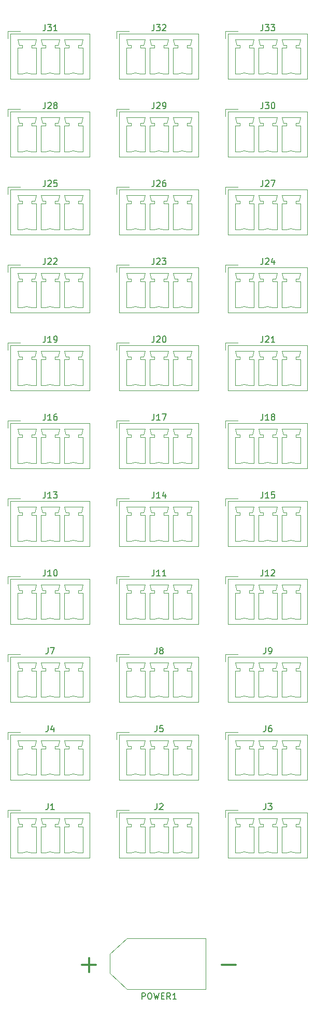
<source format=gbr>
G04 #@! TF.GenerationSoftware,KiCad,Pcbnew,(5.1.4)-1*
G04 #@! TF.CreationDate,2020-10-01T19:52:32+02:00*
G04 #@! TF.ProjectId,distrib,64697374-7269-4622-9e6b-696361645f70,rev?*
G04 #@! TF.SameCoordinates,Original*
G04 #@! TF.FileFunction,Legend,Top*
G04 #@! TF.FilePolarity,Positive*
%FSLAX46Y46*%
G04 Gerber Fmt 4.6, Leading zero omitted, Abs format (unit mm)*
G04 Created by KiCad (PCBNEW (5.1.4)-1) date 2020-10-01 19:52:32*
%MOMM*%
%LPD*%
G04 APERTURE LIST*
%ADD10C,0.300000*%
%ADD11C,0.120000*%
%ADD12C,0.150000*%
G04 APERTURE END LIST*
D10*
X64642857Y-205954285D02*
X62357142Y-205954285D01*
X41782857Y-205954285D02*
X39497142Y-205954285D01*
X40640000Y-207097142D02*
X40640000Y-204811428D01*
D11*
X31229647Y-124169845D02*
G75*
G03X29730000Y-124170000I-749647J-1700155D01*
G01*
X35039647Y-124169845D02*
G75*
G03X33540000Y-124170000I-749647J-1700155D01*
G01*
X38849647Y-124169845D02*
G75*
G03X37350000Y-124170000I-749647J-1700155D01*
G01*
X27800000Y-117590000D02*
X27800000Y-125000000D01*
X27800000Y-125000000D02*
X40780000Y-125000000D01*
X40780000Y-125000000D02*
X40780000Y-117590000D01*
X40780000Y-117590000D02*
X27800000Y-117590000D01*
X29730000Y-124170000D02*
X28980000Y-124170000D01*
X28980000Y-124170000D02*
X28980000Y-119870000D01*
X28980000Y-119870000D02*
X29730000Y-119870000D01*
X29730000Y-119870000D02*
X29730000Y-119520000D01*
X29730000Y-119520000D02*
X29230000Y-119520000D01*
X29230000Y-119520000D02*
X28980000Y-118520000D01*
X28980000Y-118520000D02*
X31980000Y-118520000D01*
X31980000Y-118520000D02*
X31730000Y-119520000D01*
X31730000Y-119520000D02*
X31230000Y-119520000D01*
X31230000Y-119520000D02*
X31230000Y-119870000D01*
X31230000Y-119870000D02*
X31980000Y-119870000D01*
X31980000Y-119870000D02*
X31980000Y-124170000D01*
X31980000Y-124170000D02*
X31230000Y-124170000D01*
X33540000Y-124170000D02*
X32790000Y-124170000D01*
X32790000Y-124170000D02*
X32790000Y-119870000D01*
X32790000Y-119870000D02*
X33540000Y-119870000D01*
X33540000Y-119870000D02*
X33540000Y-119520000D01*
X33540000Y-119520000D02*
X33040000Y-119520000D01*
X33040000Y-119520000D02*
X32790000Y-118520000D01*
X32790000Y-118520000D02*
X35790000Y-118520000D01*
X35790000Y-118520000D02*
X35540000Y-119520000D01*
X35540000Y-119520000D02*
X35040000Y-119520000D01*
X35040000Y-119520000D02*
X35040000Y-119870000D01*
X35040000Y-119870000D02*
X35790000Y-119870000D01*
X35790000Y-119870000D02*
X35790000Y-124170000D01*
X35790000Y-124170000D02*
X35040000Y-124170000D01*
X37350000Y-124170000D02*
X36600000Y-124170000D01*
X36600000Y-124170000D02*
X36600000Y-119870000D01*
X36600000Y-119870000D02*
X37350000Y-119870000D01*
X37350000Y-119870000D02*
X37350000Y-119520000D01*
X37350000Y-119520000D02*
X36850000Y-119520000D01*
X36850000Y-119520000D02*
X36600000Y-118520000D01*
X36600000Y-118520000D02*
X39600000Y-118520000D01*
X39600000Y-118520000D02*
X39350000Y-119520000D01*
X39350000Y-119520000D02*
X38850000Y-119520000D01*
X38850000Y-119520000D02*
X38850000Y-119870000D01*
X38850000Y-119870000D02*
X39600000Y-119870000D01*
X39600000Y-119870000D02*
X39600000Y-124170000D01*
X39600000Y-124170000D02*
X38850000Y-124170000D01*
X27380000Y-118420000D02*
X27380000Y-117170000D01*
X27380000Y-117170000D02*
X29380000Y-117170000D01*
X31229647Y-162269845D02*
G75*
G03X29730000Y-162270000I-749647J-1700155D01*
G01*
X35039647Y-162269845D02*
G75*
G03X33540000Y-162270000I-749647J-1700155D01*
G01*
X38849647Y-162269845D02*
G75*
G03X37350000Y-162270000I-749647J-1700155D01*
G01*
X27800000Y-155690000D02*
X27800000Y-163100000D01*
X27800000Y-163100000D02*
X40780000Y-163100000D01*
X40780000Y-163100000D02*
X40780000Y-155690000D01*
X40780000Y-155690000D02*
X27800000Y-155690000D01*
X29730000Y-162270000D02*
X28980000Y-162270000D01*
X28980000Y-162270000D02*
X28980000Y-157970000D01*
X28980000Y-157970000D02*
X29730000Y-157970000D01*
X29730000Y-157970000D02*
X29730000Y-157620000D01*
X29730000Y-157620000D02*
X29230000Y-157620000D01*
X29230000Y-157620000D02*
X28980000Y-156620000D01*
X28980000Y-156620000D02*
X31980000Y-156620000D01*
X31980000Y-156620000D02*
X31730000Y-157620000D01*
X31730000Y-157620000D02*
X31230000Y-157620000D01*
X31230000Y-157620000D02*
X31230000Y-157970000D01*
X31230000Y-157970000D02*
X31980000Y-157970000D01*
X31980000Y-157970000D02*
X31980000Y-162270000D01*
X31980000Y-162270000D02*
X31230000Y-162270000D01*
X33540000Y-162270000D02*
X32790000Y-162270000D01*
X32790000Y-162270000D02*
X32790000Y-157970000D01*
X32790000Y-157970000D02*
X33540000Y-157970000D01*
X33540000Y-157970000D02*
X33540000Y-157620000D01*
X33540000Y-157620000D02*
X33040000Y-157620000D01*
X33040000Y-157620000D02*
X32790000Y-156620000D01*
X32790000Y-156620000D02*
X35790000Y-156620000D01*
X35790000Y-156620000D02*
X35540000Y-157620000D01*
X35540000Y-157620000D02*
X35040000Y-157620000D01*
X35040000Y-157620000D02*
X35040000Y-157970000D01*
X35040000Y-157970000D02*
X35790000Y-157970000D01*
X35790000Y-157970000D02*
X35790000Y-162270000D01*
X35790000Y-162270000D02*
X35040000Y-162270000D01*
X37350000Y-162270000D02*
X36600000Y-162270000D01*
X36600000Y-162270000D02*
X36600000Y-157970000D01*
X36600000Y-157970000D02*
X37350000Y-157970000D01*
X37350000Y-157970000D02*
X37350000Y-157620000D01*
X37350000Y-157620000D02*
X36850000Y-157620000D01*
X36850000Y-157620000D02*
X36600000Y-156620000D01*
X36600000Y-156620000D02*
X39600000Y-156620000D01*
X39600000Y-156620000D02*
X39350000Y-157620000D01*
X39350000Y-157620000D02*
X38850000Y-157620000D01*
X38850000Y-157620000D02*
X38850000Y-157970000D01*
X38850000Y-157970000D02*
X39600000Y-157970000D01*
X39600000Y-157970000D02*
X39600000Y-162270000D01*
X39600000Y-162270000D02*
X38850000Y-162270000D01*
X27380000Y-156520000D02*
X27380000Y-155270000D01*
X27380000Y-155270000D02*
X29380000Y-155270000D01*
X49009647Y-162269845D02*
G75*
G03X47510000Y-162270000I-749647J-1700155D01*
G01*
X52819647Y-162269845D02*
G75*
G03X51320000Y-162270000I-749647J-1700155D01*
G01*
X56629647Y-162269845D02*
G75*
G03X55130000Y-162270000I-749647J-1700155D01*
G01*
X45580000Y-155690000D02*
X45580000Y-163100000D01*
X45580000Y-163100000D02*
X58560000Y-163100000D01*
X58560000Y-163100000D02*
X58560000Y-155690000D01*
X58560000Y-155690000D02*
X45580000Y-155690000D01*
X47510000Y-162270000D02*
X46760000Y-162270000D01*
X46760000Y-162270000D02*
X46760000Y-157970000D01*
X46760000Y-157970000D02*
X47510000Y-157970000D01*
X47510000Y-157970000D02*
X47510000Y-157620000D01*
X47510000Y-157620000D02*
X47010000Y-157620000D01*
X47010000Y-157620000D02*
X46760000Y-156620000D01*
X46760000Y-156620000D02*
X49760000Y-156620000D01*
X49760000Y-156620000D02*
X49510000Y-157620000D01*
X49510000Y-157620000D02*
X49010000Y-157620000D01*
X49010000Y-157620000D02*
X49010000Y-157970000D01*
X49010000Y-157970000D02*
X49760000Y-157970000D01*
X49760000Y-157970000D02*
X49760000Y-162270000D01*
X49760000Y-162270000D02*
X49010000Y-162270000D01*
X51320000Y-162270000D02*
X50570000Y-162270000D01*
X50570000Y-162270000D02*
X50570000Y-157970000D01*
X50570000Y-157970000D02*
X51320000Y-157970000D01*
X51320000Y-157970000D02*
X51320000Y-157620000D01*
X51320000Y-157620000D02*
X50820000Y-157620000D01*
X50820000Y-157620000D02*
X50570000Y-156620000D01*
X50570000Y-156620000D02*
X53570000Y-156620000D01*
X53570000Y-156620000D02*
X53320000Y-157620000D01*
X53320000Y-157620000D02*
X52820000Y-157620000D01*
X52820000Y-157620000D02*
X52820000Y-157970000D01*
X52820000Y-157970000D02*
X53570000Y-157970000D01*
X53570000Y-157970000D02*
X53570000Y-162270000D01*
X53570000Y-162270000D02*
X52820000Y-162270000D01*
X55130000Y-162270000D02*
X54380000Y-162270000D01*
X54380000Y-162270000D02*
X54380000Y-157970000D01*
X54380000Y-157970000D02*
X55130000Y-157970000D01*
X55130000Y-157970000D02*
X55130000Y-157620000D01*
X55130000Y-157620000D02*
X54630000Y-157620000D01*
X54630000Y-157620000D02*
X54380000Y-156620000D01*
X54380000Y-156620000D02*
X57380000Y-156620000D01*
X57380000Y-156620000D02*
X57130000Y-157620000D01*
X57130000Y-157620000D02*
X56630000Y-157620000D01*
X56630000Y-157620000D02*
X56630000Y-157970000D01*
X56630000Y-157970000D02*
X57380000Y-157970000D01*
X57380000Y-157970000D02*
X57380000Y-162270000D01*
X57380000Y-162270000D02*
X56630000Y-162270000D01*
X45160000Y-156520000D02*
X45160000Y-155270000D01*
X45160000Y-155270000D02*
X47160000Y-155270000D01*
X49009647Y-149569845D02*
G75*
G03X47510000Y-149570000I-749647J-1700155D01*
G01*
X52819647Y-149569845D02*
G75*
G03X51320000Y-149570000I-749647J-1700155D01*
G01*
X56629647Y-149569845D02*
G75*
G03X55130000Y-149570000I-749647J-1700155D01*
G01*
X45580000Y-142990000D02*
X45580000Y-150400000D01*
X45580000Y-150400000D02*
X58560000Y-150400000D01*
X58560000Y-150400000D02*
X58560000Y-142990000D01*
X58560000Y-142990000D02*
X45580000Y-142990000D01*
X47510000Y-149570000D02*
X46760000Y-149570000D01*
X46760000Y-149570000D02*
X46760000Y-145270000D01*
X46760000Y-145270000D02*
X47510000Y-145270000D01*
X47510000Y-145270000D02*
X47510000Y-144920000D01*
X47510000Y-144920000D02*
X47010000Y-144920000D01*
X47010000Y-144920000D02*
X46760000Y-143920000D01*
X46760000Y-143920000D02*
X49760000Y-143920000D01*
X49760000Y-143920000D02*
X49510000Y-144920000D01*
X49510000Y-144920000D02*
X49010000Y-144920000D01*
X49010000Y-144920000D02*
X49010000Y-145270000D01*
X49010000Y-145270000D02*
X49760000Y-145270000D01*
X49760000Y-145270000D02*
X49760000Y-149570000D01*
X49760000Y-149570000D02*
X49010000Y-149570000D01*
X51320000Y-149570000D02*
X50570000Y-149570000D01*
X50570000Y-149570000D02*
X50570000Y-145270000D01*
X50570000Y-145270000D02*
X51320000Y-145270000D01*
X51320000Y-145270000D02*
X51320000Y-144920000D01*
X51320000Y-144920000D02*
X50820000Y-144920000D01*
X50820000Y-144920000D02*
X50570000Y-143920000D01*
X50570000Y-143920000D02*
X53570000Y-143920000D01*
X53570000Y-143920000D02*
X53320000Y-144920000D01*
X53320000Y-144920000D02*
X52820000Y-144920000D01*
X52820000Y-144920000D02*
X52820000Y-145270000D01*
X52820000Y-145270000D02*
X53570000Y-145270000D01*
X53570000Y-145270000D02*
X53570000Y-149570000D01*
X53570000Y-149570000D02*
X52820000Y-149570000D01*
X55130000Y-149570000D02*
X54380000Y-149570000D01*
X54380000Y-149570000D02*
X54380000Y-145270000D01*
X54380000Y-145270000D02*
X55130000Y-145270000D01*
X55130000Y-145270000D02*
X55130000Y-144920000D01*
X55130000Y-144920000D02*
X54630000Y-144920000D01*
X54630000Y-144920000D02*
X54380000Y-143920000D01*
X54380000Y-143920000D02*
X57380000Y-143920000D01*
X57380000Y-143920000D02*
X57130000Y-144920000D01*
X57130000Y-144920000D02*
X56630000Y-144920000D01*
X56630000Y-144920000D02*
X56630000Y-145270000D01*
X56630000Y-145270000D02*
X57380000Y-145270000D01*
X57380000Y-145270000D02*
X57380000Y-149570000D01*
X57380000Y-149570000D02*
X56630000Y-149570000D01*
X45160000Y-143820000D02*
X45160000Y-142570000D01*
X45160000Y-142570000D02*
X47160000Y-142570000D01*
X31229647Y-149569845D02*
G75*
G03X29730000Y-149570000I-749647J-1700155D01*
G01*
X35039647Y-149569845D02*
G75*
G03X33540000Y-149570000I-749647J-1700155D01*
G01*
X38849647Y-149569845D02*
G75*
G03X37350000Y-149570000I-749647J-1700155D01*
G01*
X27800000Y-142990000D02*
X27800000Y-150400000D01*
X27800000Y-150400000D02*
X40780000Y-150400000D01*
X40780000Y-150400000D02*
X40780000Y-142990000D01*
X40780000Y-142990000D02*
X27800000Y-142990000D01*
X29730000Y-149570000D02*
X28980000Y-149570000D01*
X28980000Y-149570000D02*
X28980000Y-145270000D01*
X28980000Y-145270000D02*
X29730000Y-145270000D01*
X29730000Y-145270000D02*
X29730000Y-144920000D01*
X29730000Y-144920000D02*
X29230000Y-144920000D01*
X29230000Y-144920000D02*
X28980000Y-143920000D01*
X28980000Y-143920000D02*
X31980000Y-143920000D01*
X31980000Y-143920000D02*
X31730000Y-144920000D01*
X31730000Y-144920000D02*
X31230000Y-144920000D01*
X31230000Y-144920000D02*
X31230000Y-145270000D01*
X31230000Y-145270000D02*
X31980000Y-145270000D01*
X31980000Y-145270000D02*
X31980000Y-149570000D01*
X31980000Y-149570000D02*
X31230000Y-149570000D01*
X33540000Y-149570000D02*
X32790000Y-149570000D01*
X32790000Y-149570000D02*
X32790000Y-145270000D01*
X32790000Y-145270000D02*
X33540000Y-145270000D01*
X33540000Y-145270000D02*
X33540000Y-144920000D01*
X33540000Y-144920000D02*
X33040000Y-144920000D01*
X33040000Y-144920000D02*
X32790000Y-143920000D01*
X32790000Y-143920000D02*
X35790000Y-143920000D01*
X35790000Y-143920000D02*
X35540000Y-144920000D01*
X35540000Y-144920000D02*
X35040000Y-144920000D01*
X35040000Y-144920000D02*
X35040000Y-145270000D01*
X35040000Y-145270000D02*
X35790000Y-145270000D01*
X35790000Y-145270000D02*
X35790000Y-149570000D01*
X35790000Y-149570000D02*
X35040000Y-149570000D01*
X37350000Y-149570000D02*
X36600000Y-149570000D01*
X36600000Y-149570000D02*
X36600000Y-145270000D01*
X36600000Y-145270000D02*
X37350000Y-145270000D01*
X37350000Y-145270000D02*
X37350000Y-144920000D01*
X37350000Y-144920000D02*
X36850000Y-144920000D01*
X36850000Y-144920000D02*
X36600000Y-143920000D01*
X36600000Y-143920000D02*
X39600000Y-143920000D01*
X39600000Y-143920000D02*
X39350000Y-144920000D01*
X39350000Y-144920000D02*
X38850000Y-144920000D01*
X38850000Y-144920000D02*
X38850000Y-145270000D01*
X38850000Y-145270000D02*
X39600000Y-145270000D01*
X39600000Y-145270000D02*
X39600000Y-149570000D01*
X39600000Y-149570000D02*
X38850000Y-149570000D01*
X27380000Y-143820000D02*
X27380000Y-142570000D01*
X27380000Y-142570000D02*
X29380000Y-142570000D01*
X66789647Y-73369845D02*
G75*
G03X65290000Y-73370000I-749647J-1700155D01*
G01*
X70599647Y-73369845D02*
G75*
G03X69100000Y-73370000I-749647J-1700155D01*
G01*
X74409647Y-73369845D02*
G75*
G03X72910000Y-73370000I-749647J-1700155D01*
G01*
X63360000Y-66790000D02*
X63360000Y-74200000D01*
X63360000Y-74200000D02*
X76340000Y-74200000D01*
X76340000Y-74200000D02*
X76340000Y-66790000D01*
X76340000Y-66790000D02*
X63360000Y-66790000D01*
X65290000Y-73370000D02*
X64540000Y-73370000D01*
X64540000Y-73370000D02*
X64540000Y-69070000D01*
X64540000Y-69070000D02*
X65290000Y-69070000D01*
X65290000Y-69070000D02*
X65290000Y-68720000D01*
X65290000Y-68720000D02*
X64790000Y-68720000D01*
X64790000Y-68720000D02*
X64540000Y-67720000D01*
X64540000Y-67720000D02*
X67540000Y-67720000D01*
X67540000Y-67720000D02*
X67290000Y-68720000D01*
X67290000Y-68720000D02*
X66790000Y-68720000D01*
X66790000Y-68720000D02*
X66790000Y-69070000D01*
X66790000Y-69070000D02*
X67540000Y-69070000D01*
X67540000Y-69070000D02*
X67540000Y-73370000D01*
X67540000Y-73370000D02*
X66790000Y-73370000D01*
X69100000Y-73370000D02*
X68350000Y-73370000D01*
X68350000Y-73370000D02*
X68350000Y-69070000D01*
X68350000Y-69070000D02*
X69100000Y-69070000D01*
X69100000Y-69070000D02*
X69100000Y-68720000D01*
X69100000Y-68720000D02*
X68600000Y-68720000D01*
X68600000Y-68720000D02*
X68350000Y-67720000D01*
X68350000Y-67720000D02*
X71350000Y-67720000D01*
X71350000Y-67720000D02*
X71100000Y-68720000D01*
X71100000Y-68720000D02*
X70600000Y-68720000D01*
X70600000Y-68720000D02*
X70600000Y-69070000D01*
X70600000Y-69070000D02*
X71350000Y-69070000D01*
X71350000Y-69070000D02*
X71350000Y-73370000D01*
X71350000Y-73370000D02*
X70600000Y-73370000D01*
X72910000Y-73370000D02*
X72160000Y-73370000D01*
X72160000Y-73370000D02*
X72160000Y-69070000D01*
X72160000Y-69070000D02*
X72910000Y-69070000D01*
X72910000Y-69070000D02*
X72910000Y-68720000D01*
X72910000Y-68720000D02*
X72410000Y-68720000D01*
X72410000Y-68720000D02*
X72160000Y-67720000D01*
X72160000Y-67720000D02*
X75160000Y-67720000D01*
X75160000Y-67720000D02*
X74910000Y-68720000D01*
X74910000Y-68720000D02*
X74410000Y-68720000D01*
X74410000Y-68720000D02*
X74410000Y-69070000D01*
X74410000Y-69070000D02*
X75160000Y-69070000D01*
X75160000Y-69070000D02*
X75160000Y-73370000D01*
X75160000Y-73370000D02*
X74410000Y-73370000D01*
X62940000Y-67620000D02*
X62940000Y-66370000D01*
X62940000Y-66370000D02*
X64940000Y-66370000D01*
X49009647Y-73369845D02*
G75*
G03X47510000Y-73370000I-749647J-1700155D01*
G01*
X52819647Y-73369845D02*
G75*
G03X51320000Y-73370000I-749647J-1700155D01*
G01*
X56629647Y-73369845D02*
G75*
G03X55130000Y-73370000I-749647J-1700155D01*
G01*
X45580000Y-66790000D02*
X45580000Y-74200000D01*
X45580000Y-74200000D02*
X58560000Y-74200000D01*
X58560000Y-74200000D02*
X58560000Y-66790000D01*
X58560000Y-66790000D02*
X45580000Y-66790000D01*
X47510000Y-73370000D02*
X46760000Y-73370000D01*
X46760000Y-73370000D02*
X46760000Y-69070000D01*
X46760000Y-69070000D02*
X47510000Y-69070000D01*
X47510000Y-69070000D02*
X47510000Y-68720000D01*
X47510000Y-68720000D02*
X47010000Y-68720000D01*
X47010000Y-68720000D02*
X46760000Y-67720000D01*
X46760000Y-67720000D02*
X49760000Y-67720000D01*
X49760000Y-67720000D02*
X49510000Y-68720000D01*
X49510000Y-68720000D02*
X49010000Y-68720000D01*
X49010000Y-68720000D02*
X49010000Y-69070000D01*
X49010000Y-69070000D02*
X49760000Y-69070000D01*
X49760000Y-69070000D02*
X49760000Y-73370000D01*
X49760000Y-73370000D02*
X49010000Y-73370000D01*
X51320000Y-73370000D02*
X50570000Y-73370000D01*
X50570000Y-73370000D02*
X50570000Y-69070000D01*
X50570000Y-69070000D02*
X51320000Y-69070000D01*
X51320000Y-69070000D02*
X51320000Y-68720000D01*
X51320000Y-68720000D02*
X50820000Y-68720000D01*
X50820000Y-68720000D02*
X50570000Y-67720000D01*
X50570000Y-67720000D02*
X53570000Y-67720000D01*
X53570000Y-67720000D02*
X53320000Y-68720000D01*
X53320000Y-68720000D02*
X52820000Y-68720000D01*
X52820000Y-68720000D02*
X52820000Y-69070000D01*
X52820000Y-69070000D02*
X53570000Y-69070000D01*
X53570000Y-69070000D02*
X53570000Y-73370000D01*
X53570000Y-73370000D02*
X52820000Y-73370000D01*
X55130000Y-73370000D02*
X54380000Y-73370000D01*
X54380000Y-73370000D02*
X54380000Y-69070000D01*
X54380000Y-69070000D02*
X55130000Y-69070000D01*
X55130000Y-69070000D02*
X55130000Y-68720000D01*
X55130000Y-68720000D02*
X54630000Y-68720000D01*
X54630000Y-68720000D02*
X54380000Y-67720000D01*
X54380000Y-67720000D02*
X57380000Y-67720000D01*
X57380000Y-67720000D02*
X57130000Y-68720000D01*
X57130000Y-68720000D02*
X56630000Y-68720000D01*
X56630000Y-68720000D02*
X56630000Y-69070000D01*
X56630000Y-69070000D02*
X57380000Y-69070000D01*
X57380000Y-69070000D02*
X57380000Y-73370000D01*
X57380000Y-73370000D02*
X56630000Y-73370000D01*
X45160000Y-67620000D02*
X45160000Y-66370000D01*
X45160000Y-66370000D02*
X47160000Y-66370000D01*
X31229647Y-73369845D02*
G75*
G03X29730000Y-73370000I-749647J-1700155D01*
G01*
X35039647Y-73369845D02*
G75*
G03X33540000Y-73370000I-749647J-1700155D01*
G01*
X38849647Y-73369845D02*
G75*
G03X37350000Y-73370000I-749647J-1700155D01*
G01*
X27800000Y-66790000D02*
X27800000Y-74200000D01*
X27800000Y-74200000D02*
X40780000Y-74200000D01*
X40780000Y-74200000D02*
X40780000Y-66790000D01*
X40780000Y-66790000D02*
X27800000Y-66790000D01*
X29730000Y-73370000D02*
X28980000Y-73370000D01*
X28980000Y-73370000D02*
X28980000Y-69070000D01*
X28980000Y-69070000D02*
X29730000Y-69070000D01*
X29730000Y-69070000D02*
X29730000Y-68720000D01*
X29730000Y-68720000D02*
X29230000Y-68720000D01*
X29230000Y-68720000D02*
X28980000Y-67720000D01*
X28980000Y-67720000D02*
X31980000Y-67720000D01*
X31980000Y-67720000D02*
X31730000Y-68720000D01*
X31730000Y-68720000D02*
X31230000Y-68720000D01*
X31230000Y-68720000D02*
X31230000Y-69070000D01*
X31230000Y-69070000D02*
X31980000Y-69070000D01*
X31980000Y-69070000D02*
X31980000Y-73370000D01*
X31980000Y-73370000D02*
X31230000Y-73370000D01*
X33540000Y-73370000D02*
X32790000Y-73370000D01*
X32790000Y-73370000D02*
X32790000Y-69070000D01*
X32790000Y-69070000D02*
X33540000Y-69070000D01*
X33540000Y-69070000D02*
X33540000Y-68720000D01*
X33540000Y-68720000D02*
X33040000Y-68720000D01*
X33040000Y-68720000D02*
X32790000Y-67720000D01*
X32790000Y-67720000D02*
X35790000Y-67720000D01*
X35790000Y-67720000D02*
X35540000Y-68720000D01*
X35540000Y-68720000D02*
X35040000Y-68720000D01*
X35040000Y-68720000D02*
X35040000Y-69070000D01*
X35040000Y-69070000D02*
X35790000Y-69070000D01*
X35790000Y-69070000D02*
X35790000Y-73370000D01*
X35790000Y-73370000D02*
X35040000Y-73370000D01*
X37350000Y-73370000D02*
X36600000Y-73370000D01*
X36600000Y-73370000D02*
X36600000Y-69070000D01*
X36600000Y-69070000D02*
X37350000Y-69070000D01*
X37350000Y-69070000D02*
X37350000Y-68720000D01*
X37350000Y-68720000D02*
X36850000Y-68720000D01*
X36850000Y-68720000D02*
X36600000Y-67720000D01*
X36600000Y-67720000D02*
X39600000Y-67720000D01*
X39600000Y-67720000D02*
X39350000Y-68720000D01*
X39350000Y-68720000D02*
X38850000Y-68720000D01*
X38850000Y-68720000D02*
X38850000Y-69070000D01*
X38850000Y-69070000D02*
X39600000Y-69070000D01*
X39600000Y-69070000D02*
X39600000Y-73370000D01*
X39600000Y-73370000D02*
X38850000Y-73370000D01*
X27380000Y-67620000D02*
X27380000Y-66370000D01*
X27380000Y-66370000D02*
X29380000Y-66370000D01*
X66789647Y-86069845D02*
G75*
G03X65290000Y-86070000I-749647J-1700155D01*
G01*
X70599647Y-86069845D02*
G75*
G03X69100000Y-86070000I-749647J-1700155D01*
G01*
X74409647Y-86069845D02*
G75*
G03X72910000Y-86070000I-749647J-1700155D01*
G01*
X63360000Y-79490000D02*
X63360000Y-86900000D01*
X63360000Y-86900000D02*
X76340000Y-86900000D01*
X76340000Y-86900000D02*
X76340000Y-79490000D01*
X76340000Y-79490000D02*
X63360000Y-79490000D01*
X65290000Y-86070000D02*
X64540000Y-86070000D01*
X64540000Y-86070000D02*
X64540000Y-81770000D01*
X64540000Y-81770000D02*
X65290000Y-81770000D01*
X65290000Y-81770000D02*
X65290000Y-81420000D01*
X65290000Y-81420000D02*
X64790000Y-81420000D01*
X64790000Y-81420000D02*
X64540000Y-80420000D01*
X64540000Y-80420000D02*
X67540000Y-80420000D01*
X67540000Y-80420000D02*
X67290000Y-81420000D01*
X67290000Y-81420000D02*
X66790000Y-81420000D01*
X66790000Y-81420000D02*
X66790000Y-81770000D01*
X66790000Y-81770000D02*
X67540000Y-81770000D01*
X67540000Y-81770000D02*
X67540000Y-86070000D01*
X67540000Y-86070000D02*
X66790000Y-86070000D01*
X69100000Y-86070000D02*
X68350000Y-86070000D01*
X68350000Y-86070000D02*
X68350000Y-81770000D01*
X68350000Y-81770000D02*
X69100000Y-81770000D01*
X69100000Y-81770000D02*
X69100000Y-81420000D01*
X69100000Y-81420000D02*
X68600000Y-81420000D01*
X68600000Y-81420000D02*
X68350000Y-80420000D01*
X68350000Y-80420000D02*
X71350000Y-80420000D01*
X71350000Y-80420000D02*
X71100000Y-81420000D01*
X71100000Y-81420000D02*
X70600000Y-81420000D01*
X70600000Y-81420000D02*
X70600000Y-81770000D01*
X70600000Y-81770000D02*
X71350000Y-81770000D01*
X71350000Y-81770000D02*
X71350000Y-86070000D01*
X71350000Y-86070000D02*
X70600000Y-86070000D01*
X72910000Y-86070000D02*
X72160000Y-86070000D01*
X72160000Y-86070000D02*
X72160000Y-81770000D01*
X72160000Y-81770000D02*
X72910000Y-81770000D01*
X72910000Y-81770000D02*
X72910000Y-81420000D01*
X72910000Y-81420000D02*
X72410000Y-81420000D01*
X72410000Y-81420000D02*
X72160000Y-80420000D01*
X72160000Y-80420000D02*
X75160000Y-80420000D01*
X75160000Y-80420000D02*
X74910000Y-81420000D01*
X74910000Y-81420000D02*
X74410000Y-81420000D01*
X74410000Y-81420000D02*
X74410000Y-81770000D01*
X74410000Y-81770000D02*
X75160000Y-81770000D01*
X75160000Y-81770000D02*
X75160000Y-86070000D01*
X75160000Y-86070000D02*
X74410000Y-86070000D01*
X62940000Y-80320000D02*
X62940000Y-79070000D01*
X62940000Y-79070000D02*
X64940000Y-79070000D01*
X49009647Y-86069845D02*
G75*
G03X47510000Y-86070000I-749647J-1700155D01*
G01*
X52819647Y-86069845D02*
G75*
G03X51320000Y-86070000I-749647J-1700155D01*
G01*
X56629647Y-86069845D02*
G75*
G03X55130000Y-86070000I-749647J-1700155D01*
G01*
X45580000Y-79490000D02*
X45580000Y-86900000D01*
X45580000Y-86900000D02*
X58560000Y-86900000D01*
X58560000Y-86900000D02*
X58560000Y-79490000D01*
X58560000Y-79490000D02*
X45580000Y-79490000D01*
X47510000Y-86070000D02*
X46760000Y-86070000D01*
X46760000Y-86070000D02*
X46760000Y-81770000D01*
X46760000Y-81770000D02*
X47510000Y-81770000D01*
X47510000Y-81770000D02*
X47510000Y-81420000D01*
X47510000Y-81420000D02*
X47010000Y-81420000D01*
X47010000Y-81420000D02*
X46760000Y-80420000D01*
X46760000Y-80420000D02*
X49760000Y-80420000D01*
X49760000Y-80420000D02*
X49510000Y-81420000D01*
X49510000Y-81420000D02*
X49010000Y-81420000D01*
X49010000Y-81420000D02*
X49010000Y-81770000D01*
X49010000Y-81770000D02*
X49760000Y-81770000D01*
X49760000Y-81770000D02*
X49760000Y-86070000D01*
X49760000Y-86070000D02*
X49010000Y-86070000D01*
X51320000Y-86070000D02*
X50570000Y-86070000D01*
X50570000Y-86070000D02*
X50570000Y-81770000D01*
X50570000Y-81770000D02*
X51320000Y-81770000D01*
X51320000Y-81770000D02*
X51320000Y-81420000D01*
X51320000Y-81420000D02*
X50820000Y-81420000D01*
X50820000Y-81420000D02*
X50570000Y-80420000D01*
X50570000Y-80420000D02*
X53570000Y-80420000D01*
X53570000Y-80420000D02*
X53320000Y-81420000D01*
X53320000Y-81420000D02*
X52820000Y-81420000D01*
X52820000Y-81420000D02*
X52820000Y-81770000D01*
X52820000Y-81770000D02*
X53570000Y-81770000D01*
X53570000Y-81770000D02*
X53570000Y-86070000D01*
X53570000Y-86070000D02*
X52820000Y-86070000D01*
X55130000Y-86070000D02*
X54380000Y-86070000D01*
X54380000Y-86070000D02*
X54380000Y-81770000D01*
X54380000Y-81770000D02*
X55130000Y-81770000D01*
X55130000Y-81770000D02*
X55130000Y-81420000D01*
X55130000Y-81420000D02*
X54630000Y-81420000D01*
X54630000Y-81420000D02*
X54380000Y-80420000D01*
X54380000Y-80420000D02*
X57380000Y-80420000D01*
X57380000Y-80420000D02*
X57130000Y-81420000D01*
X57130000Y-81420000D02*
X56630000Y-81420000D01*
X56630000Y-81420000D02*
X56630000Y-81770000D01*
X56630000Y-81770000D02*
X57380000Y-81770000D01*
X57380000Y-81770000D02*
X57380000Y-86070000D01*
X57380000Y-86070000D02*
X56630000Y-86070000D01*
X45160000Y-80320000D02*
X45160000Y-79070000D01*
X45160000Y-79070000D02*
X47160000Y-79070000D01*
X31229647Y-86069845D02*
G75*
G03X29730000Y-86070000I-749647J-1700155D01*
G01*
X35039647Y-86069845D02*
G75*
G03X33540000Y-86070000I-749647J-1700155D01*
G01*
X38849647Y-86069845D02*
G75*
G03X37350000Y-86070000I-749647J-1700155D01*
G01*
X27800000Y-79490000D02*
X27800000Y-86900000D01*
X27800000Y-86900000D02*
X40780000Y-86900000D01*
X40780000Y-86900000D02*
X40780000Y-79490000D01*
X40780000Y-79490000D02*
X27800000Y-79490000D01*
X29730000Y-86070000D02*
X28980000Y-86070000D01*
X28980000Y-86070000D02*
X28980000Y-81770000D01*
X28980000Y-81770000D02*
X29730000Y-81770000D01*
X29730000Y-81770000D02*
X29730000Y-81420000D01*
X29730000Y-81420000D02*
X29230000Y-81420000D01*
X29230000Y-81420000D02*
X28980000Y-80420000D01*
X28980000Y-80420000D02*
X31980000Y-80420000D01*
X31980000Y-80420000D02*
X31730000Y-81420000D01*
X31730000Y-81420000D02*
X31230000Y-81420000D01*
X31230000Y-81420000D02*
X31230000Y-81770000D01*
X31230000Y-81770000D02*
X31980000Y-81770000D01*
X31980000Y-81770000D02*
X31980000Y-86070000D01*
X31980000Y-86070000D02*
X31230000Y-86070000D01*
X33540000Y-86070000D02*
X32790000Y-86070000D01*
X32790000Y-86070000D02*
X32790000Y-81770000D01*
X32790000Y-81770000D02*
X33540000Y-81770000D01*
X33540000Y-81770000D02*
X33540000Y-81420000D01*
X33540000Y-81420000D02*
X33040000Y-81420000D01*
X33040000Y-81420000D02*
X32790000Y-80420000D01*
X32790000Y-80420000D02*
X35790000Y-80420000D01*
X35790000Y-80420000D02*
X35540000Y-81420000D01*
X35540000Y-81420000D02*
X35040000Y-81420000D01*
X35040000Y-81420000D02*
X35040000Y-81770000D01*
X35040000Y-81770000D02*
X35790000Y-81770000D01*
X35790000Y-81770000D02*
X35790000Y-86070000D01*
X35790000Y-86070000D02*
X35040000Y-86070000D01*
X37350000Y-86070000D02*
X36600000Y-86070000D01*
X36600000Y-86070000D02*
X36600000Y-81770000D01*
X36600000Y-81770000D02*
X37350000Y-81770000D01*
X37350000Y-81770000D02*
X37350000Y-81420000D01*
X37350000Y-81420000D02*
X36850000Y-81420000D01*
X36850000Y-81420000D02*
X36600000Y-80420000D01*
X36600000Y-80420000D02*
X39600000Y-80420000D01*
X39600000Y-80420000D02*
X39350000Y-81420000D01*
X39350000Y-81420000D02*
X38850000Y-81420000D01*
X38850000Y-81420000D02*
X38850000Y-81770000D01*
X38850000Y-81770000D02*
X39600000Y-81770000D01*
X39600000Y-81770000D02*
X39600000Y-86070000D01*
X39600000Y-86070000D02*
X38850000Y-86070000D01*
X27380000Y-80320000D02*
X27380000Y-79070000D01*
X27380000Y-79070000D02*
X29380000Y-79070000D01*
X66789647Y-98769845D02*
G75*
G03X65290000Y-98770000I-749647J-1700155D01*
G01*
X70599647Y-98769845D02*
G75*
G03X69100000Y-98770000I-749647J-1700155D01*
G01*
X74409647Y-98769845D02*
G75*
G03X72910000Y-98770000I-749647J-1700155D01*
G01*
X63360000Y-92190000D02*
X63360000Y-99600000D01*
X63360000Y-99600000D02*
X76340000Y-99600000D01*
X76340000Y-99600000D02*
X76340000Y-92190000D01*
X76340000Y-92190000D02*
X63360000Y-92190000D01*
X65290000Y-98770000D02*
X64540000Y-98770000D01*
X64540000Y-98770000D02*
X64540000Y-94470000D01*
X64540000Y-94470000D02*
X65290000Y-94470000D01*
X65290000Y-94470000D02*
X65290000Y-94120000D01*
X65290000Y-94120000D02*
X64790000Y-94120000D01*
X64790000Y-94120000D02*
X64540000Y-93120000D01*
X64540000Y-93120000D02*
X67540000Y-93120000D01*
X67540000Y-93120000D02*
X67290000Y-94120000D01*
X67290000Y-94120000D02*
X66790000Y-94120000D01*
X66790000Y-94120000D02*
X66790000Y-94470000D01*
X66790000Y-94470000D02*
X67540000Y-94470000D01*
X67540000Y-94470000D02*
X67540000Y-98770000D01*
X67540000Y-98770000D02*
X66790000Y-98770000D01*
X69100000Y-98770000D02*
X68350000Y-98770000D01*
X68350000Y-98770000D02*
X68350000Y-94470000D01*
X68350000Y-94470000D02*
X69100000Y-94470000D01*
X69100000Y-94470000D02*
X69100000Y-94120000D01*
X69100000Y-94120000D02*
X68600000Y-94120000D01*
X68600000Y-94120000D02*
X68350000Y-93120000D01*
X68350000Y-93120000D02*
X71350000Y-93120000D01*
X71350000Y-93120000D02*
X71100000Y-94120000D01*
X71100000Y-94120000D02*
X70600000Y-94120000D01*
X70600000Y-94120000D02*
X70600000Y-94470000D01*
X70600000Y-94470000D02*
X71350000Y-94470000D01*
X71350000Y-94470000D02*
X71350000Y-98770000D01*
X71350000Y-98770000D02*
X70600000Y-98770000D01*
X72910000Y-98770000D02*
X72160000Y-98770000D01*
X72160000Y-98770000D02*
X72160000Y-94470000D01*
X72160000Y-94470000D02*
X72910000Y-94470000D01*
X72910000Y-94470000D02*
X72910000Y-94120000D01*
X72910000Y-94120000D02*
X72410000Y-94120000D01*
X72410000Y-94120000D02*
X72160000Y-93120000D01*
X72160000Y-93120000D02*
X75160000Y-93120000D01*
X75160000Y-93120000D02*
X74910000Y-94120000D01*
X74910000Y-94120000D02*
X74410000Y-94120000D01*
X74410000Y-94120000D02*
X74410000Y-94470000D01*
X74410000Y-94470000D02*
X75160000Y-94470000D01*
X75160000Y-94470000D02*
X75160000Y-98770000D01*
X75160000Y-98770000D02*
X74410000Y-98770000D01*
X62940000Y-93020000D02*
X62940000Y-91770000D01*
X62940000Y-91770000D02*
X64940000Y-91770000D01*
X49009647Y-98769845D02*
G75*
G03X47510000Y-98770000I-749647J-1700155D01*
G01*
X52819647Y-98769845D02*
G75*
G03X51320000Y-98770000I-749647J-1700155D01*
G01*
X56629647Y-98769845D02*
G75*
G03X55130000Y-98770000I-749647J-1700155D01*
G01*
X45580000Y-92190000D02*
X45580000Y-99600000D01*
X45580000Y-99600000D02*
X58560000Y-99600000D01*
X58560000Y-99600000D02*
X58560000Y-92190000D01*
X58560000Y-92190000D02*
X45580000Y-92190000D01*
X47510000Y-98770000D02*
X46760000Y-98770000D01*
X46760000Y-98770000D02*
X46760000Y-94470000D01*
X46760000Y-94470000D02*
X47510000Y-94470000D01*
X47510000Y-94470000D02*
X47510000Y-94120000D01*
X47510000Y-94120000D02*
X47010000Y-94120000D01*
X47010000Y-94120000D02*
X46760000Y-93120000D01*
X46760000Y-93120000D02*
X49760000Y-93120000D01*
X49760000Y-93120000D02*
X49510000Y-94120000D01*
X49510000Y-94120000D02*
X49010000Y-94120000D01*
X49010000Y-94120000D02*
X49010000Y-94470000D01*
X49010000Y-94470000D02*
X49760000Y-94470000D01*
X49760000Y-94470000D02*
X49760000Y-98770000D01*
X49760000Y-98770000D02*
X49010000Y-98770000D01*
X51320000Y-98770000D02*
X50570000Y-98770000D01*
X50570000Y-98770000D02*
X50570000Y-94470000D01*
X50570000Y-94470000D02*
X51320000Y-94470000D01*
X51320000Y-94470000D02*
X51320000Y-94120000D01*
X51320000Y-94120000D02*
X50820000Y-94120000D01*
X50820000Y-94120000D02*
X50570000Y-93120000D01*
X50570000Y-93120000D02*
X53570000Y-93120000D01*
X53570000Y-93120000D02*
X53320000Y-94120000D01*
X53320000Y-94120000D02*
X52820000Y-94120000D01*
X52820000Y-94120000D02*
X52820000Y-94470000D01*
X52820000Y-94470000D02*
X53570000Y-94470000D01*
X53570000Y-94470000D02*
X53570000Y-98770000D01*
X53570000Y-98770000D02*
X52820000Y-98770000D01*
X55130000Y-98770000D02*
X54380000Y-98770000D01*
X54380000Y-98770000D02*
X54380000Y-94470000D01*
X54380000Y-94470000D02*
X55130000Y-94470000D01*
X55130000Y-94470000D02*
X55130000Y-94120000D01*
X55130000Y-94120000D02*
X54630000Y-94120000D01*
X54630000Y-94120000D02*
X54380000Y-93120000D01*
X54380000Y-93120000D02*
X57380000Y-93120000D01*
X57380000Y-93120000D02*
X57130000Y-94120000D01*
X57130000Y-94120000D02*
X56630000Y-94120000D01*
X56630000Y-94120000D02*
X56630000Y-94470000D01*
X56630000Y-94470000D02*
X57380000Y-94470000D01*
X57380000Y-94470000D02*
X57380000Y-98770000D01*
X57380000Y-98770000D02*
X56630000Y-98770000D01*
X45160000Y-93020000D02*
X45160000Y-91770000D01*
X45160000Y-91770000D02*
X47160000Y-91770000D01*
X31229647Y-98769845D02*
G75*
G03X29730000Y-98770000I-749647J-1700155D01*
G01*
X35039647Y-98769845D02*
G75*
G03X33540000Y-98770000I-749647J-1700155D01*
G01*
X38849647Y-98769845D02*
G75*
G03X37350000Y-98770000I-749647J-1700155D01*
G01*
X27800000Y-92190000D02*
X27800000Y-99600000D01*
X27800000Y-99600000D02*
X40780000Y-99600000D01*
X40780000Y-99600000D02*
X40780000Y-92190000D01*
X40780000Y-92190000D02*
X27800000Y-92190000D01*
X29730000Y-98770000D02*
X28980000Y-98770000D01*
X28980000Y-98770000D02*
X28980000Y-94470000D01*
X28980000Y-94470000D02*
X29730000Y-94470000D01*
X29730000Y-94470000D02*
X29730000Y-94120000D01*
X29730000Y-94120000D02*
X29230000Y-94120000D01*
X29230000Y-94120000D02*
X28980000Y-93120000D01*
X28980000Y-93120000D02*
X31980000Y-93120000D01*
X31980000Y-93120000D02*
X31730000Y-94120000D01*
X31730000Y-94120000D02*
X31230000Y-94120000D01*
X31230000Y-94120000D02*
X31230000Y-94470000D01*
X31230000Y-94470000D02*
X31980000Y-94470000D01*
X31980000Y-94470000D02*
X31980000Y-98770000D01*
X31980000Y-98770000D02*
X31230000Y-98770000D01*
X33540000Y-98770000D02*
X32790000Y-98770000D01*
X32790000Y-98770000D02*
X32790000Y-94470000D01*
X32790000Y-94470000D02*
X33540000Y-94470000D01*
X33540000Y-94470000D02*
X33540000Y-94120000D01*
X33540000Y-94120000D02*
X33040000Y-94120000D01*
X33040000Y-94120000D02*
X32790000Y-93120000D01*
X32790000Y-93120000D02*
X35790000Y-93120000D01*
X35790000Y-93120000D02*
X35540000Y-94120000D01*
X35540000Y-94120000D02*
X35040000Y-94120000D01*
X35040000Y-94120000D02*
X35040000Y-94470000D01*
X35040000Y-94470000D02*
X35790000Y-94470000D01*
X35790000Y-94470000D02*
X35790000Y-98770000D01*
X35790000Y-98770000D02*
X35040000Y-98770000D01*
X37350000Y-98770000D02*
X36600000Y-98770000D01*
X36600000Y-98770000D02*
X36600000Y-94470000D01*
X36600000Y-94470000D02*
X37350000Y-94470000D01*
X37350000Y-94470000D02*
X37350000Y-94120000D01*
X37350000Y-94120000D02*
X36850000Y-94120000D01*
X36850000Y-94120000D02*
X36600000Y-93120000D01*
X36600000Y-93120000D02*
X39600000Y-93120000D01*
X39600000Y-93120000D02*
X39350000Y-94120000D01*
X39350000Y-94120000D02*
X38850000Y-94120000D01*
X38850000Y-94120000D02*
X38850000Y-94470000D01*
X38850000Y-94470000D02*
X39600000Y-94470000D01*
X39600000Y-94470000D02*
X39600000Y-98770000D01*
X39600000Y-98770000D02*
X38850000Y-98770000D01*
X27380000Y-93020000D02*
X27380000Y-91770000D01*
X27380000Y-91770000D02*
X29380000Y-91770000D01*
X66789647Y-111469845D02*
G75*
G03X65290000Y-111470000I-749647J-1700155D01*
G01*
X70599647Y-111469845D02*
G75*
G03X69100000Y-111470000I-749647J-1700155D01*
G01*
X74409647Y-111469845D02*
G75*
G03X72910000Y-111470000I-749647J-1700155D01*
G01*
X63360000Y-104890000D02*
X63360000Y-112300000D01*
X63360000Y-112300000D02*
X76340000Y-112300000D01*
X76340000Y-112300000D02*
X76340000Y-104890000D01*
X76340000Y-104890000D02*
X63360000Y-104890000D01*
X65290000Y-111470000D02*
X64540000Y-111470000D01*
X64540000Y-111470000D02*
X64540000Y-107170000D01*
X64540000Y-107170000D02*
X65290000Y-107170000D01*
X65290000Y-107170000D02*
X65290000Y-106820000D01*
X65290000Y-106820000D02*
X64790000Y-106820000D01*
X64790000Y-106820000D02*
X64540000Y-105820000D01*
X64540000Y-105820000D02*
X67540000Y-105820000D01*
X67540000Y-105820000D02*
X67290000Y-106820000D01*
X67290000Y-106820000D02*
X66790000Y-106820000D01*
X66790000Y-106820000D02*
X66790000Y-107170000D01*
X66790000Y-107170000D02*
X67540000Y-107170000D01*
X67540000Y-107170000D02*
X67540000Y-111470000D01*
X67540000Y-111470000D02*
X66790000Y-111470000D01*
X69100000Y-111470000D02*
X68350000Y-111470000D01*
X68350000Y-111470000D02*
X68350000Y-107170000D01*
X68350000Y-107170000D02*
X69100000Y-107170000D01*
X69100000Y-107170000D02*
X69100000Y-106820000D01*
X69100000Y-106820000D02*
X68600000Y-106820000D01*
X68600000Y-106820000D02*
X68350000Y-105820000D01*
X68350000Y-105820000D02*
X71350000Y-105820000D01*
X71350000Y-105820000D02*
X71100000Y-106820000D01*
X71100000Y-106820000D02*
X70600000Y-106820000D01*
X70600000Y-106820000D02*
X70600000Y-107170000D01*
X70600000Y-107170000D02*
X71350000Y-107170000D01*
X71350000Y-107170000D02*
X71350000Y-111470000D01*
X71350000Y-111470000D02*
X70600000Y-111470000D01*
X72910000Y-111470000D02*
X72160000Y-111470000D01*
X72160000Y-111470000D02*
X72160000Y-107170000D01*
X72160000Y-107170000D02*
X72910000Y-107170000D01*
X72910000Y-107170000D02*
X72910000Y-106820000D01*
X72910000Y-106820000D02*
X72410000Y-106820000D01*
X72410000Y-106820000D02*
X72160000Y-105820000D01*
X72160000Y-105820000D02*
X75160000Y-105820000D01*
X75160000Y-105820000D02*
X74910000Y-106820000D01*
X74910000Y-106820000D02*
X74410000Y-106820000D01*
X74410000Y-106820000D02*
X74410000Y-107170000D01*
X74410000Y-107170000D02*
X75160000Y-107170000D01*
X75160000Y-107170000D02*
X75160000Y-111470000D01*
X75160000Y-111470000D02*
X74410000Y-111470000D01*
X62940000Y-105720000D02*
X62940000Y-104470000D01*
X62940000Y-104470000D02*
X64940000Y-104470000D01*
X49009647Y-111469845D02*
G75*
G03X47510000Y-111470000I-749647J-1700155D01*
G01*
X52819647Y-111469845D02*
G75*
G03X51320000Y-111470000I-749647J-1700155D01*
G01*
X56629647Y-111469845D02*
G75*
G03X55130000Y-111470000I-749647J-1700155D01*
G01*
X45580000Y-104890000D02*
X45580000Y-112300000D01*
X45580000Y-112300000D02*
X58560000Y-112300000D01*
X58560000Y-112300000D02*
X58560000Y-104890000D01*
X58560000Y-104890000D02*
X45580000Y-104890000D01*
X47510000Y-111470000D02*
X46760000Y-111470000D01*
X46760000Y-111470000D02*
X46760000Y-107170000D01*
X46760000Y-107170000D02*
X47510000Y-107170000D01*
X47510000Y-107170000D02*
X47510000Y-106820000D01*
X47510000Y-106820000D02*
X47010000Y-106820000D01*
X47010000Y-106820000D02*
X46760000Y-105820000D01*
X46760000Y-105820000D02*
X49760000Y-105820000D01*
X49760000Y-105820000D02*
X49510000Y-106820000D01*
X49510000Y-106820000D02*
X49010000Y-106820000D01*
X49010000Y-106820000D02*
X49010000Y-107170000D01*
X49010000Y-107170000D02*
X49760000Y-107170000D01*
X49760000Y-107170000D02*
X49760000Y-111470000D01*
X49760000Y-111470000D02*
X49010000Y-111470000D01*
X51320000Y-111470000D02*
X50570000Y-111470000D01*
X50570000Y-111470000D02*
X50570000Y-107170000D01*
X50570000Y-107170000D02*
X51320000Y-107170000D01*
X51320000Y-107170000D02*
X51320000Y-106820000D01*
X51320000Y-106820000D02*
X50820000Y-106820000D01*
X50820000Y-106820000D02*
X50570000Y-105820000D01*
X50570000Y-105820000D02*
X53570000Y-105820000D01*
X53570000Y-105820000D02*
X53320000Y-106820000D01*
X53320000Y-106820000D02*
X52820000Y-106820000D01*
X52820000Y-106820000D02*
X52820000Y-107170000D01*
X52820000Y-107170000D02*
X53570000Y-107170000D01*
X53570000Y-107170000D02*
X53570000Y-111470000D01*
X53570000Y-111470000D02*
X52820000Y-111470000D01*
X55130000Y-111470000D02*
X54380000Y-111470000D01*
X54380000Y-111470000D02*
X54380000Y-107170000D01*
X54380000Y-107170000D02*
X55130000Y-107170000D01*
X55130000Y-107170000D02*
X55130000Y-106820000D01*
X55130000Y-106820000D02*
X54630000Y-106820000D01*
X54630000Y-106820000D02*
X54380000Y-105820000D01*
X54380000Y-105820000D02*
X57380000Y-105820000D01*
X57380000Y-105820000D02*
X57130000Y-106820000D01*
X57130000Y-106820000D02*
X56630000Y-106820000D01*
X56630000Y-106820000D02*
X56630000Y-107170000D01*
X56630000Y-107170000D02*
X57380000Y-107170000D01*
X57380000Y-107170000D02*
X57380000Y-111470000D01*
X57380000Y-111470000D02*
X56630000Y-111470000D01*
X45160000Y-105720000D02*
X45160000Y-104470000D01*
X45160000Y-104470000D02*
X47160000Y-104470000D01*
X31229647Y-111469845D02*
G75*
G03X29730000Y-111470000I-749647J-1700155D01*
G01*
X35039647Y-111469845D02*
G75*
G03X33540000Y-111470000I-749647J-1700155D01*
G01*
X38849647Y-111469845D02*
G75*
G03X37350000Y-111470000I-749647J-1700155D01*
G01*
X27800000Y-104890000D02*
X27800000Y-112300000D01*
X27800000Y-112300000D02*
X40780000Y-112300000D01*
X40780000Y-112300000D02*
X40780000Y-104890000D01*
X40780000Y-104890000D02*
X27800000Y-104890000D01*
X29730000Y-111470000D02*
X28980000Y-111470000D01*
X28980000Y-111470000D02*
X28980000Y-107170000D01*
X28980000Y-107170000D02*
X29730000Y-107170000D01*
X29730000Y-107170000D02*
X29730000Y-106820000D01*
X29730000Y-106820000D02*
X29230000Y-106820000D01*
X29230000Y-106820000D02*
X28980000Y-105820000D01*
X28980000Y-105820000D02*
X31980000Y-105820000D01*
X31980000Y-105820000D02*
X31730000Y-106820000D01*
X31730000Y-106820000D02*
X31230000Y-106820000D01*
X31230000Y-106820000D02*
X31230000Y-107170000D01*
X31230000Y-107170000D02*
X31980000Y-107170000D01*
X31980000Y-107170000D02*
X31980000Y-111470000D01*
X31980000Y-111470000D02*
X31230000Y-111470000D01*
X33540000Y-111470000D02*
X32790000Y-111470000D01*
X32790000Y-111470000D02*
X32790000Y-107170000D01*
X32790000Y-107170000D02*
X33540000Y-107170000D01*
X33540000Y-107170000D02*
X33540000Y-106820000D01*
X33540000Y-106820000D02*
X33040000Y-106820000D01*
X33040000Y-106820000D02*
X32790000Y-105820000D01*
X32790000Y-105820000D02*
X35790000Y-105820000D01*
X35790000Y-105820000D02*
X35540000Y-106820000D01*
X35540000Y-106820000D02*
X35040000Y-106820000D01*
X35040000Y-106820000D02*
X35040000Y-107170000D01*
X35040000Y-107170000D02*
X35790000Y-107170000D01*
X35790000Y-107170000D02*
X35790000Y-111470000D01*
X35790000Y-111470000D02*
X35040000Y-111470000D01*
X37350000Y-111470000D02*
X36600000Y-111470000D01*
X36600000Y-111470000D02*
X36600000Y-107170000D01*
X36600000Y-107170000D02*
X37350000Y-107170000D01*
X37350000Y-107170000D02*
X37350000Y-106820000D01*
X37350000Y-106820000D02*
X36850000Y-106820000D01*
X36850000Y-106820000D02*
X36600000Y-105820000D01*
X36600000Y-105820000D02*
X39600000Y-105820000D01*
X39600000Y-105820000D02*
X39350000Y-106820000D01*
X39350000Y-106820000D02*
X38850000Y-106820000D01*
X38850000Y-106820000D02*
X38850000Y-107170000D01*
X38850000Y-107170000D02*
X39600000Y-107170000D01*
X39600000Y-107170000D02*
X39600000Y-111470000D01*
X39600000Y-111470000D02*
X38850000Y-111470000D01*
X27380000Y-105720000D02*
X27380000Y-104470000D01*
X27380000Y-104470000D02*
X29380000Y-104470000D01*
X66789647Y-124169845D02*
G75*
G03X65290000Y-124170000I-749647J-1700155D01*
G01*
X70599647Y-124169845D02*
G75*
G03X69100000Y-124170000I-749647J-1700155D01*
G01*
X74409647Y-124169845D02*
G75*
G03X72910000Y-124170000I-749647J-1700155D01*
G01*
X63360000Y-117590000D02*
X63360000Y-125000000D01*
X63360000Y-125000000D02*
X76340000Y-125000000D01*
X76340000Y-125000000D02*
X76340000Y-117590000D01*
X76340000Y-117590000D02*
X63360000Y-117590000D01*
X65290000Y-124170000D02*
X64540000Y-124170000D01*
X64540000Y-124170000D02*
X64540000Y-119870000D01*
X64540000Y-119870000D02*
X65290000Y-119870000D01*
X65290000Y-119870000D02*
X65290000Y-119520000D01*
X65290000Y-119520000D02*
X64790000Y-119520000D01*
X64790000Y-119520000D02*
X64540000Y-118520000D01*
X64540000Y-118520000D02*
X67540000Y-118520000D01*
X67540000Y-118520000D02*
X67290000Y-119520000D01*
X67290000Y-119520000D02*
X66790000Y-119520000D01*
X66790000Y-119520000D02*
X66790000Y-119870000D01*
X66790000Y-119870000D02*
X67540000Y-119870000D01*
X67540000Y-119870000D02*
X67540000Y-124170000D01*
X67540000Y-124170000D02*
X66790000Y-124170000D01*
X69100000Y-124170000D02*
X68350000Y-124170000D01*
X68350000Y-124170000D02*
X68350000Y-119870000D01*
X68350000Y-119870000D02*
X69100000Y-119870000D01*
X69100000Y-119870000D02*
X69100000Y-119520000D01*
X69100000Y-119520000D02*
X68600000Y-119520000D01*
X68600000Y-119520000D02*
X68350000Y-118520000D01*
X68350000Y-118520000D02*
X71350000Y-118520000D01*
X71350000Y-118520000D02*
X71100000Y-119520000D01*
X71100000Y-119520000D02*
X70600000Y-119520000D01*
X70600000Y-119520000D02*
X70600000Y-119870000D01*
X70600000Y-119870000D02*
X71350000Y-119870000D01*
X71350000Y-119870000D02*
X71350000Y-124170000D01*
X71350000Y-124170000D02*
X70600000Y-124170000D01*
X72910000Y-124170000D02*
X72160000Y-124170000D01*
X72160000Y-124170000D02*
X72160000Y-119870000D01*
X72160000Y-119870000D02*
X72910000Y-119870000D01*
X72910000Y-119870000D02*
X72910000Y-119520000D01*
X72910000Y-119520000D02*
X72410000Y-119520000D01*
X72410000Y-119520000D02*
X72160000Y-118520000D01*
X72160000Y-118520000D02*
X75160000Y-118520000D01*
X75160000Y-118520000D02*
X74910000Y-119520000D01*
X74910000Y-119520000D02*
X74410000Y-119520000D01*
X74410000Y-119520000D02*
X74410000Y-119870000D01*
X74410000Y-119870000D02*
X75160000Y-119870000D01*
X75160000Y-119870000D02*
X75160000Y-124170000D01*
X75160000Y-124170000D02*
X74410000Y-124170000D01*
X62940000Y-118420000D02*
X62940000Y-117170000D01*
X62940000Y-117170000D02*
X64940000Y-117170000D01*
X49009647Y-124169845D02*
G75*
G03X47510000Y-124170000I-749647J-1700155D01*
G01*
X52819647Y-124169845D02*
G75*
G03X51320000Y-124170000I-749647J-1700155D01*
G01*
X56629647Y-124169845D02*
G75*
G03X55130000Y-124170000I-749647J-1700155D01*
G01*
X45580000Y-117590000D02*
X45580000Y-125000000D01*
X45580000Y-125000000D02*
X58560000Y-125000000D01*
X58560000Y-125000000D02*
X58560000Y-117590000D01*
X58560000Y-117590000D02*
X45580000Y-117590000D01*
X47510000Y-124170000D02*
X46760000Y-124170000D01*
X46760000Y-124170000D02*
X46760000Y-119870000D01*
X46760000Y-119870000D02*
X47510000Y-119870000D01*
X47510000Y-119870000D02*
X47510000Y-119520000D01*
X47510000Y-119520000D02*
X47010000Y-119520000D01*
X47010000Y-119520000D02*
X46760000Y-118520000D01*
X46760000Y-118520000D02*
X49760000Y-118520000D01*
X49760000Y-118520000D02*
X49510000Y-119520000D01*
X49510000Y-119520000D02*
X49010000Y-119520000D01*
X49010000Y-119520000D02*
X49010000Y-119870000D01*
X49010000Y-119870000D02*
X49760000Y-119870000D01*
X49760000Y-119870000D02*
X49760000Y-124170000D01*
X49760000Y-124170000D02*
X49010000Y-124170000D01*
X51320000Y-124170000D02*
X50570000Y-124170000D01*
X50570000Y-124170000D02*
X50570000Y-119870000D01*
X50570000Y-119870000D02*
X51320000Y-119870000D01*
X51320000Y-119870000D02*
X51320000Y-119520000D01*
X51320000Y-119520000D02*
X50820000Y-119520000D01*
X50820000Y-119520000D02*
X50570000Y-118520000D01*
X50570000Y-118520000D02*
X53570000Y-118520000D01*
X53570000Y-118520000D02*
X53320000Y-119520000D01*
X53320000Y-119520000D02*
X52820000Y-119520000D01*
X52820000Y-119520000D02*
X52820000Y-119870000D01*
X52820000Y-119870000D02*
X53570000Y-119870000D01*
X53570000Y-119870000D02*
X53570000Y-124170000D01*
X53570000Y-124170000D02*
X52820000Y-124170000D01*
X55130000Y-124170000D02*
X54380000Y-124170000D01*
X54380000Y-124170000D02*
X54380000Y-119870000D01*
X54380000Y-119870000D02*
X55130000Y-119870000D01*
X55130000Y-119870000D02*
X55130000Y-119520000D01*
X55130000Y-119520000D02*
X54630000Y-119520000D01*
X54630000Y-119520000D02*
X54380000Y-118520000D01*
X54380000Y-118520000D02*
X57380000Y-118520000D01*
X57380000Y-118520000D02*
X57130000Y-119520000D01*
X57130000Y-119520000D02*
X56630000Y-119520000D01*
X56630000Y-119520000D02*
X56630000Y-119870000D01*
X56630000Y-119870000D02*
X57380000Y-119870000D01*
X57380000Y-119870000D02*
X57380000Y-124170000D01*
X57380000Y-124170000D02*
X56630000Y-124170000D01*
X45160000Y-118420000D02*
X45160000Y-117170000D01*
X45160000Y-117170000D02*
X47160000Y-117170000D01*
X66789647Y-136869845D02*
G75*
G03X65290000Y-136870000I-749647J-1700155D01*
G01*
X70599647Y-136869845D02*
G75*
G03X69100000Y-136870000I-749647J-1700155D01*
G01*
X74409647Y-136869845D02*
G75*
G03X72910000Y-136870000I-749647J-1700155D01*
G01*
X63360000Y-130290000D02*
X63360000Y-137700000D01*
X63360000Y-137700000D02*
X76340000Y-137700000D01*
X76340000Y-137700000D02*
X76340000Y-130290000D01*
X76340000Y-130290000D02*
X63360000Y-130290000D01*
X65290000Y-136870000D02*
X64540000Y-136870000D01*
X64540000Y-136870000D02*
X64540000Y-132570000D01*
X64540000Y-132570000D02*
X65290000Y-132570000D01*
X65290000Y-132570000D02*
X65290000Y-132220000D01*
X65290000Y-132220000D02*
X64790000Y-132220000D01*
X64790000Y-132220000D02*
X64540000Y-131220000D01*
X64540000Y-131220000D02*
X67540000Y-131220000D01*
X67540000Y-131220000D02*
X67290000Y-132220000D01*
X67290000Y-132220000D02*
X66790000Y-132220000D01*
X66790000Y-132220000D02*
X66790000Y-132570000D01*
X66790000Y-132570000D02*
X67540000Y-132570000D01*
X67540000Y-132570000D02*
X67540000Y-136870000D01*
X67540000Y-136870000D02*
X66790000Y-136870000D01*
X69100000Y-136870000D02*
X68350000Y-136870000D01*
X68350000Y-136870000D02*
X68350000Y-132570000D01*
X68350000Y-132570000D02*
X69100000Y-132570000D01*
X69100000Y-132570000D02*
X69100000Y-132220000D01*
X69100000Y-132220000D02*
X68600000Y-132220000D01*
X68600000Y-132220000D02*
X68350000Y-131220000D01*
X68350000Y-131220000D02*
X71350000Y-131220000D01*
X71350000Y-131220000D02*
X71100000Y-132220000D01*
X71100000Y-132220000D02*
X70600000Y-132220000D01*
X70600000Y-132220000D02*
X70600000Y-132570000D01*
X70600000Y-132570000D02*
X71350000Y-132570000D01*
X71350000Y-132570000D02*
X71350000Y-136870000D01*
X71350000Y-136870000D02*
X70600000Y-136870000D01*
X72910000Y-136870000D02*
X72160000Y-136870000D01*
X72160000Y-136870000D02*
X72160000Y-132570000D01*
X72160000Y-132570000D02*
X72910000Y-132570000D01*
X72910000Y-132570000D02*
X72910000Y-132220000D01*
X72910000Y-132220000D02*
X72410000Y-132220000D01*
X72410000Y-132220000D02*
X72160000Y-131220000D01*
X72160000Y-131220000D02*
X75160000Y-131220000D01*
X75160000Y-131220000D02*
X74910000Y-132220000D01*
X74910000Y-132220000D02*
X74410000Y-132220000D01*
X74410000Y-132220000D02*
X74410000Y-132570000D01*
X74410000Y-132570000D02*
X75160000Y-132570000D01*
X75160000Y-132570000D02*
X75160000Y-136870000D01*
X75160000Y-136870000D02*
X74410000Y-136870000D01*
X62940000Y-131120000D02*
X62940000Y-129870000D01*
X62940000Y-129870000D02*
X64940000Y-129870000D01*
X49009647Y-136869845D02*
G75*
G03X47510000Y-136870000I-749647J-1700155D01*
G01*
X52819647Y-136869845D02*
G75*
G03X51320000Y-136870000I-749647J-1700155D01*
G01*
X56629647Y-136869845D02*
G75*
G03X55130000Y-136870000I-749647J-1700155D01*
G01*
X45580000Y-130290000D02*
X45580000Y-137700000D01*
X45580000Y-137700000D02*
X58560000Y-137700000D01*
X58560000Y-137700000D02*
X58560000Y-130290000D01*
X58560000Y-130290000D02*
X45580000Y-130290000D01*
X47510000Y-136870000D02*
X46760000Y-136870000D01*
X46760000Y-136870000D02*
X46760000Y-132570000D01*
X46760000Y-132570000D02*
X47510000Y-132570000D01*
X47510000Y-132570000D02*
X47510000Y-132220000D01*
X47510000Y-132220000D02*
X47010000Y-132220000D01*
X47010000Y-132220000D02*
X46760000Y-131220000D01*
X46760000Y-131220000D02*
X49760000Y-131220000D01*
X49760000Y-131220000D02*
X49510000Y-132220000D01*
X49510000Y-132220000D02*
X49010000Y-132220000D01*
X49010000Y-132220000D02*
X49010000Y-132570000D01*
X49010000Y-132570000D02*
X49760000Y-132570000D01*
X49760000Y-132570000D02*
X49760000Y-136870000D01*
X49760000Y-136870000D02*
X49010000Y-136870000D01*
X51320000Y-136870000D02*
X50570000Y-136870000D01*
X50570000Y-136870000D02*
X50570000Y-132570000D01*
X50570000Y-132570000D02*
X51320000Y-132570000D01*
X51320000Y-132570000D02*
X51320000Y-132220000D01*
X51320000Y-132220000D02*
X50820000Y-132220000D01*
X50820000Y-132220000D02*
X50570000Y-131220000D01*
X50570000Y-131220000D02*
X53570000Y-131220000D01*
X53570000Y-131220000D02*
X53320000Y-132220000D01*
X53320000Y-132220000D02*
X52820000Y-132220000D01*
X52820000Y-132220000D02*
X52820000Y-132570000D01*
X52820000Y-132570000D02*
X53570000Y-132570000D01*
X53570000Y-132570000D02*
X53570000Y-136870000D01*
X53570000Y-136870000D02*
X52820000Y-136870000D01*
X55130000Y-136870000D02*
X54380000Y-136870000D01*
X54380000Y-136870000D02*
X54380000Y-132570000D01*
X54380000Y-132570000D02*
X55130000Y-132570000D01*
X55130000Y-132570000D02*
X55130000Y-132220000D01*
X55130000Y-132220000D02*
X54630000Y-132220000D01*
X54630000Y-132220000D02*
X54380000Y-131220000D01*
X54380000Y-131220000D02*
X57380000Y-131220000D01*
X57380000Y-131220000D02*
X57130000Y-132220000D01*
X57130000Y-132220000D02*
X56630000Y-132220000D01*
X56630000Y-132220000D02*
X56630000Y-132570000D01*
X56630000Y-132570000D02*
X57380000Y-132570000D01*
X57380000Y-132570000D02*
X57380000Y-136870000D01*
X57380000Y-136870000D02*
X56630000Y-136870000D01*
X45160000Y-131120000D02*
X45160000Y-129870000D01*
X45160000Y-129870000D02*
X47160000Y-129870000D01*
X31229647Y-136869845D02*
G75*
G03X29730000Y-136870000I-749647J-1700155D01*
G01*
X35039647Y-136869845D02*
G75*
G03X33540000Y-136870000I-749647J-1700155D01*
G01*
X38849647Y-136869845D02*
G75*
G03X37350000Y-136870000I-749647J-1700155D01*
G01*
X27800000Y-130290000D02*
X27800000Y-137700000D01*
X27800000Y-137700000D02*
X40780000Y-137700000D01*
X40780000Y-137700000D02*
X40780000Y-130290000D01*
X40780000Y-130290000D02*
X27800000Y-130290000D01*
X29730000Y-136870000D02*
X28980000Y-136870000D01*
X28980000Y-136870000D02*
X28980000Y-132570000D01*
X28980000Y-132570000D02*
X29730000Y-132570000D01*
X29730000Y-132570000D02*
X29730000Y-132220000D01*
X29730000Y-132220000D02*
X29230000Y-132220000D01*
X29230000Y-132220000D02*
X28980000Y-131220000D01*
X28980000Y-131220000D02*
X31980000Y-131220000D01*
X31980000Y-131220000D02*
X31730000Y-132220000D01*
X31730000Y-132220000D02*
X31230000Y-132220000D01*
X31230000Y-132220000D02*
X31230000Y-132570000D01*
X31230000Y-132570000D02*
X31980000Y-132570000D01*
X31980000Y-132570000D02*
X31980000Y-136870000D01*
X31980000Y-136870000D02*
X31230000Y-136870000D01*
X33540000Y-136870000D02*
X32790000Y-136870000D01*
X32790000Y-136870000D02*
X32790000Y-132570000D01*
X32790000Y-132570000D02*
X33540000Y-132570000D01*
X33540000Y-132570000D02*
X33540000Y-132220000D01*
X33540000Y-132220000D02*
X33040000Y-132220000D01*
X33040000Y-132220000D02*
X32790000Y-131220000D01*
X32790000Y-131220000D02*
X35790000Y-131220000D01*
X35790000Y-131220000D02*
X35540000Y-132220000D01*
X35540000Y-132220000D02*
X35040000Y-132220000D01*
X35040000Y-132220000D02*
X35040000Y-132570000D01*
X35040000Y-132570000D02*
X35790000Y-132570000D01*
X35790000Y-132570000D02*
X35790000Y-136870000D01*
X35790000Y-136870000D02*
X35040000Y-136870000D01*
X37350000Y-136870000D02*
X36600000Y-136870000D01*
X36600000Y-136870000D02*
X36600000Y-132570000D01*
X36600000Y-132570000D02*
X37350000Y-132570000D01*
X37350000Y-132570000D02*
X37350000Y-132220000D01*
X37350000Y-132220000D02*
X36850000Y-132220000D01*
X36850000Y-132220000D02*
X36600000Y-131220000D01*
X36600000Y-131220000D02*
X39600000Y-131220000D01*
X39600000Y-131220000D02*
X39350000Y-132220000D01*
X39350000Y-132220000D02*
X38850000Y-132220000D01*
X38850000Y-132220000D02*
X38850000Y-132570000D01*
X38850000Y-132570000D02*
X39600000Y-132570000D01*
X39600000Y-132570000D02*
X39600000Y-136870000D01*
X39600000Y-136870000D02*
X38850000Y-136870000D01*
X27380000Y-131120000D02*
X27380000Y-129870000D01*
X27380000Y-129870000D02*
X29380000Y-129870000D01*
X66789647Y-149569845D02*
G75*
G03X65290000Y-149570000I-749647J-1700155D01*
G01*
X70599647Y-149569845D02*
G75*
G03X69100000Y-149570000I-749647J-1700155D01*
G01*
X74409647Y-149569845D02*
G75*
G03X72910000Y-149570000I-749647J-1700155D01*
G01*
X63360000Y-142990000D02*
X63360000Y-150400000D01*
X63360000Y-150400000D02*
X76340000Y-150400000D01*
X76340000Y-150400000D02*
X76340000Y-142990000D01*
X76340000Y-142990000D02*
X63360000Y-142990000D01*
X65290000Y-149570000D02*
X64540000Y-149570000D01*
X64540000Y-149570000D02*
X64540000Y-145270000D01*
X64540000Y-145270000D02*
X65290000Y-145270000D01*
X65290000Y-145270000D02*
X65290000Y-144920000D01*
X65290000Y-144920000D02*
X64790000Y-144920000D01*
X64790000Y-144920000D02*
X64540000Y-143920000D01*
X64540000Y-143920000D02*
X67540000Y-143920000D01*
X67540000Y-143920000D02*
X67290000Y-144920000D01*
X67290000Y-144920000D02*
X66790000Y-144920000D01*
X66790000Y-144920000D02*
X66790000Y-145270000D01*
X66790000Y-145270000D02*
X67540000Y-145270000D01*
X67540000Y-145270000D02*
X67540000Y-149570000D01*
X67540000Y-149570000D02*
X66790000Y-149570000D01*
X69100000Y-149570000D02*
X68350000Y-149570000D01*
X68350000Y-149570000D02*
X68350000Y-145270000D01*
X68350000Y-145270000D02*
X69100000Y-145270000D01*
X69100000Y-145270000D02*
X69100000Y-144920000D01*
X69100000Y-144920000D02*
X68600000Y-144920000D01*
X68600000Y-144920000D02*
X68350000Y-143920000D01*
X68350000Y-143920000D02*
X71350000Y-143920000D01*
X71350000Y-143920000D02*
X71100000Y-144920000D01*
X71100000Y-144920000D02*
X70600000Y-144920000D01*
X70600000Y-144920000D02*
X70600000Y-145270000D01*
X70600000Y-145270000D02*
X71350000Y-145270000D01*
X71350000Y-145270000D02*
X71350000Y-149570000D01*
X71350000Y-149570000D02*
X70600000Y-149570000D01*
X72910000Y-149570000D02*
X72160000Y-149570000D01*
X72160000Y-149570000D02*
X72160000Y-145270000D01*
X72160000Y-145270000D02*
X72910000Y-145270000D01*
X72910000Y-145270000D02*
X72910000Y-144920000D01*
X72910000Y-144920000D02*
X72410000Y-144920000D01*
X72410000Y-144920000D02*
X72160000Y-143920000D01*
X72160000Y-143920000D02*
X75160000Y-143920000D01*
X75160000Y-143920000D02*
X74910000Y-144920000D01*
X74910000Y-144920000D02*
X74410000Y-144920000D01*
X74410000Y-144920000D02*
X74410000Y-145270000D01*
X74410000Y-145270000D02*
X75160000Y-145270000D01*
X75160000Y-145270000D02*
X75160000Y-149570000D01*
X75160000Y-149570000D02*
X74410000Y-149570000D01*
X62940000Y-143820000D02*
X62940000Y-142570000D01*
X62940000Y-142570000D02*
X64940000Y-142570000D01*
X66789647Y-162269845D02*
G75*
G03X65290000Y-162270000I-749647J-1700155D01*
G01*
X70599647Y-162269845D02*
G75*
G03X69100000Y-162270000I-749647J-1700155D01*
G01*
X74409647Y-162269845D02*
G75*
G03X72910000Y-162270000I-749647J-1700155D01*
G01*
X63360000Y-155690000D02*
X63360000Y-163100000D01*
X63360000Y-163100000D02*
X76340000Y-163100000D01*
X76340000Y-163100000D02*
X76340000Y-155690000D01*
X76340000Y-155690000D02*
X63360000Y-155690000D01*
X65290000Y-162270000D02*
X64540000Y-162270000D01*
X64540000Y-162270000D02*
X64540000Y-157970000D01*
X64540000Y-157970000D02*
X65290000Y-157970000D01*
X65290000Y-157970000D02*
X65290000Y-157620000D01*
X65290000Y-157620000D02*
X64790000Y-157620000D01*
X64790000Y-157620000D02*
X64540000Y-156620000D01*
X64540000Y-156620000D02*
X67540000Y-156620000D01*
X67540000Y-156620000D02*
X67290000Y-157620000D01*
X67290000Y-157620000D02*
X66790000Y-157620000D01*
X66790000Y-157620000D02*
X66790000Y-157970000D01*
X66790000Y-157970000D02*
X67540000Y-157970000D01*
X67540000Y-157970000D02*
X67540000Y-162270000D01*
X67540000Y-162270000D02*
X66790000Y-162270000D01*
X69100000Y-162270000D02*
X68350000Y-162270000D01*
X68350000Y-162270000D02*
X68350000Y-157970000D01*
X68350000Y-157970000D02*
X69100000Y-157970000D01*
X69100000Y-157970000D02*
X69100000Y-157620000D01*
X69100000Y-157620000D02*
X68600000Y-157620000D01*
X68600000Y-157620000D02*
X68350000Y-156620000D01*
X68350000Y-156620000D02*
X71350000Y-156620000D01*
X71350000Y-156620000D02*
X71100000Y-157620000D01*
X71100000Y-157620000D02*
X70600000Y-157620000D01*
X70600000Y-157620000D02*
X70600000Y-157970000D01*
X70600000Y-157970000D02*
X71350000Y-157970000D01*
X71350000Y-157970000D02*
X71350000Y-162270000D01*
X71350000Y-162270000D02*
X70600000Y-162270000D01*
X72910000Y-162270000D02*
X72160000Y-162270000D01*
X72160000Y-162270000D02*
X72160000Y-157970000D01*
X72160000Y-157970000D02*
X72910000Y-157970000D01*
X72910000Y-157970000D02*
X72910000Y-157620000D01*
X72910000Y-157620000D02*
X72410000Y-157620000D01*
X72410000Y-157620000D02*
X72160000Y-156620000D01*
X72160000Y-156620000D02*
X75160000Y-156620000D01*
X75160000Y-156620000D02*
X74910000Y-157620000D01*
X74910000Y-157620000D02*
X74410000Y-157620000D01*
X74410000Y-157620000D02*
X74410000Y-157970000D01*
X74410000Y-157970000D02*
X75160000Y-157970000D01*
X75160000Y-157970000D02*
X75160000Y-162270000D01*
X75160000Y-162270000D02*
X74410000Y-162270000D01*
X62940000Y-156520000D02*
X62940000Y-155270000D01*
X62940000Y-155270000D02*
X64940000Y-155270000D01*
X66789647Y-174969845D02*
G75*
G03X65290000Y-174970000I-749647J-1700155D01*
G01*
X70599647Y-174969845D02*
G75*
G03X69100000Y-174970000I-749647J-1700155D01*
G01*
X74409647Y-174969845D02*
G75*
G03X72910000Y-174970000I-749647J-1700155D01*
G01*
X63360000Y-168390000D02*
X63360000Y-175800000D01*
X63360000Y-175800000D02*
X76340000Y-175800000D01*
X76340000Y-175800000D02*
X76340000Y-168390000D01*
X76340000Y-168390000D02*
X63360000Y-168390000D01*
X65290000Y-174970000D02*
X64540000Y-174970000D01*
X64540000Y-174970000D02*
X64540000Y-170670000D01*
X64540000Y-170670000D02*
X65290000Y-170670000D01*
X65290000Y-170670000D02*
X65290000Y-170320000D01*
X65290000Y-170320000D02*
X64790000Y-170320000D01*
X64790000Y-170320000D02*
X64540000Y-169320000D01*
X64540000Y-169320000D02*
X67540000Y-169320000D01*
X67540000Y-169320000D02*
X67290000Y-170320000D01*
X67290000Y-170320000D02*
X66790000Y-170320000D01*
X66790000Y-170320000D02*
X66790000Y-170670000D01*
X66790000Y-170670000D02*
X67540000Y-170670000D01*
X67540000Y-170670000D02*
X67540000Y-174970000D01*
X67540000Y-174970000D02*
X66790000Y-174970000D01*
X69100000Y-174970000D02*
X68350000Y-174970000D01*
X68350000Y-174970000D02*
X68350000Y-170670000D01*
X68350000Y-170670000D02*
X69100000Y-170670000D01*
X69100000Y-170670000D02*
X69100000Y-170320000D01*
X69100000Y-170320000D02*
X68600000Y-170320000D01*
X68600000Y-170320000D02*
X68350000Y-169320000D01*
X68350000Y-169320000D02*
X71350000Y-169320000D01*
X71350000Y-169320000D02*
X71100000Y-170320000D01*
X71100000Y-170320000D02*
X70600000Y-170320000D01*
X70600000Y-170320000D02*
X70600000Y-170670000D01*
X70600000Y-170670000D02*
X71350000Y-170670000D01*
X71350000Y-170670000D02*
X71350000Y-174970000D01*
X71350000Y-174970000D02*
X70600000Y-174970000D01*
X72910000Y-174970000D02*
X72160000Y-174970000D01*
X72160000Y-174970000D02*
X72160000Y-170670000D01*
X72160000Y-170670000D02*
X72910000Y-170670000D01*
X72910000Y-170670000D02*
X72910000Y-170320000D01*
X72910000Y-170320000D02*
X72410000Y-170320000D01*
X72410000Y-170320000D02*
X72160000Y-169320000D01*
X72160000Y-169320000D02*
X75160000Y-169320000D01*
X75160000Y-169320000D02*
X74910000Y-170320000D01*
X74910000Y-170320000D02*
X74410000Y-170320000D01*
X74410000Y-170320000D02*
X74410000Y-170670000D01*
X74410000Y-170670000D02*
X75160000Y-170670000D01*
X75160000Y-170670000D02*
X75160000Y-174970000D01*
X75160000Y-174970000D02*
X74410000Y-174970000D01*
X62940000Y-169220000D02*
X62940000Y-167970000D01*
X62940000Y-167970000D02*
X64940000Y-167970000D01*
X49009647Y-174969845D02*
G75*
G03X47510000Y-174970000I-749647J-1700155D01*
G01*
X52819647Y-174969845D02*
G75*
G03X51320000Y-174970000I-749647J-1700155D01*
G01*
X56629647Y-174969845D02*
G75*
G03X55130000Y-174970000I-749647J-1700155D01*
G01*
X45580000Y-168390000D02*
X45580000Y-175800000D01*
X45580000Y-175800000D02*
X58560000Y-175800000D01*
X58560000Y-175800000D02*
X58560000Y-168390000D01*
X58560000Y-168390000D02*
X45580000Y-168390000D01*
X47510000Y-174970000D02*
X46760000Y-174970000D01*
X46760000Y-174970000D02*
X46760000Y-170670000D01*
X46760000Y-170670000D02*
X47510000Y-170670000D01*
X47510000Y-170670000D02*
X47510000Y-170320000D01*
X47510000Y-170320000D02*
X47010000Y-170320000D01*
X47010000Y-170320000D02*
X46760000Y-169320000D01*
X46760000Y-169320000D02*
X49760000Y-169320000D01*
X49760000Y-169320000D02*
X49510000Y-170320000D01*
X49510000Y-170320000D02*
X49010000Y-170320000D01*
X49010000Y-170320000D02*
X49010000Y-170670000D01*
X49010000Y-170670000D02*
X49760000Y-170670000D01*
X49760000Y-170670000D02*
X49760000Y-174970000D01*
X49760000Y-174970000D02*
X49010000Y-174970000D01*
X51320000Y-174970000D02*
X50570000Y-174970000D01*
X50570000Y-174970000D02*
X50570000Y-170670000D01*
X50570000Y-170670000D02*
X51320000Y-170670000D01*
X51320000Y-170670000D02*
X51320000Y-170320000D01*
X51320000Y-170320000D02*
X50820000Y-170320000D01*
X50820000Y-170320000D02*
X50570000Y-169320000D01*
X50570000Y-169320000D02*
X53570000Y-169320000D01*
X53570000Y-169320000D02*
X53320000Y-170320000D01*
X53320000Y-170320000D02*
X52820000Y-170320000D01*
X52820000Y-170320000D02*
X52820000Y-170670000D01*
X52820000Y-170670000D02*
X53570000Y-170670000D01*
X53570000Y-170670000D02*
X53570000Y-174970000D01*
X53570000Y-174970000D02*
X52820000Y-174970000D01*
X55130000Y-174970000D02*
X54380000Y-174970000D01*
X54380000Y-174970000D02*
X54380000Y-170670000D01*
X54380000Y-170670000D02*
X55130000Y-170670000D01*
X55130000Y-170670000D02*
X55130000Y-170320000D01*
X55130000Y-170320000D02*
X54630000Y-170320000D01*
X54630000Y-170320000D02*
X54380000Y-169320000D01*
X54380000Y-169320000D02*
X57380000Y-169320000D01*
X57380000Y-169320000D02*
X57130000Y-170320000D01*
X57130000Y-170320000D02*
X56630000Y-170320000D01*
X56630000Y-170320000D02*
X56630000Y-170670000D01*
X56630000Y-170670000D02*
X57380000Y-170670000D01*
X57380000Y-170670000D02*
X57380000Y-174970000D01*
X57380000Y-174970000D02*
X56630000Y-174970000D01*
X45160000Y-169220000D02*
X45160000Y-167970000D01*
X45160000Y-167970000D02*
X47160000Y-167970000D01*
X31229647Y-174969845D02*
G75*
G03X29730000Y-174970000I-749647J-1700155D01*
G01*
X35039647Y-174969845D02*
G75*
G03X33540000Y-174970000I-749647J-1700155D01*
G01*
X38849647Y-174969845D02*
G75*
G03X37350000Y-174970000I-749647J-1700155D01*
G01*
X27800000Y-168390000D02*
X27800000Y-175800000D01*
X27800000Y-175800000D02*
X40780000Y-175800000D01*
X40780000Y-175800000D02*
X40780000Y-168390000D01*
X40780000Y-168390000D02*
X27800000Y-168390000D01*
X29730000Y-174970000D02*
X28980000Y-174970000D01*
X28980000Y-174970000D02*
X28980000Y-170670000D01*
X28980000Y-170670000D02*
X29730000Y-170670000D01*
X29730000Y-170670000D02*
X29730000Y-170320000D01*
X29730000Y-170320000D02*
X29230000Y-170320000D01*
X29230000Y-170320000D02*
X28980000Y-169320000D01*
X28980000Y-169320000D02*
X31980000Y-169320000D01*
X31980000Y-169320000D02*
X31730000Y-170320000D01*
X31730000Y-170320000D02*
X31230000Y-170320000D01*
X31230000Y-170320000D02*
X31230000Y-170670000D01*
X31230000Y-170670000D02*
X31980000Y-170670000D01*
X31980000Y-170670000D02*
X31980000Y-174970000D01*
X31980000Y-174970000D02*
X31230000Y-174970000D01*
X33540000Y-174970000D02*
X32790000Y-174970000D01*
X32790000Y-174970000D02*
X32790000Y-170670000D01*
X32790000Y-170670000D02*
X33540000Y-170670000D01*
X33540000Y-170670000D02*
X33540000Y-170320000D01*
X33540000Y-170320000D02*
X33040000Y-170320000D01*
X33040000Y-170320000D02*
X32790000Y-169320000D01*
X32790000Y-169320000D02*
X35790000Y-169320000D01*
X35790000Y-169320000D02*
X35540000Y-170320000D01*
X35540000Y-170320000D02*
X35040000Y-170320000D01*
X35040000Y-170320000D02*
X35040000Y-170670000D01*
X35040000Y-170670000D02*
X35790000Y-170670000D01*
X35790000Y-170670000D02*
X35790000Y-174970000D01*
X35790000Y-174970000D02*
X35040000Y-174970000D01*
X37350000Y-174970000D02*
X36600000Y-174970000D01*
X36600000Y-174970000D02*
X36600000Y-170670000D01*
X36600000Y-170670000D02*
X37350000Y-170670000D01*
X37350000Y-170670000D02*
X37350000Y-170320000D01*
X37350000Y-170320000D02*
X36850000Y-170320000D01*
X36850000Y-170320000D02*
X36600000Y-169320000D01*
X36600000Y-169320000D02*
X39600000Y-169320000D01*
X39600000Y-169320000D02*
X39350000Y-170320000D01*
X39350000Y-170320000D02*
X38850000Y-170320000D01*
X38850000Y-170320000D02*
X38850000Y-170670000D01*
X38850000Y-170670000D02*
X39600000Y-170670000D01*
X39600000Y-170670000D02*
X39600000Y-174970000D01*
X39600000Y-174970000D02*
X38850000Y-174970000D01*
X27380000Y-169220000D02*
X27380000Y-167970000D01*
X27380000Y-167970000D02*
X29380000Y-167970000D01*
X66789647Y-187669845D02*
G75*
G03X65290000Y-187670000I-749647J-1700155D01*
G01*
X70599647Y-187669845D02*
G75*
G03X69100000Y-187670000I-749647J-1700155D01*
G01*
X74409647Y-187669845D02*
G75*
G03X72910000Y-187670000I-749647J-1700155D01*
G01*
X63360000Y-181090000D02*
X63360000Y-188500000D01*
X63360000Y-188500000D02*
X76340000Y-188500000D01*
X76340000Y-188500000D02*
X76340000Y-181090000D01*
X76340000Y-181090000D02*
X63360000Y-181090000D01*
X65290000Y-187670000D02*
X64540000Y-187670000D01*
X64540000Y-187670000D02*
X64540000Y-183370000D01*
X64540000Y-183370000D02*
X65290000Y-183370000D01*
X65290000Y-183370000D02*
X65290000Y-183020000D01*
X65290000Y-183020000D02*
X64790000Y-183020000D01*
X64790000Y-183020000D02*
X64540000Y-182020000D01*
X64540000Y-182020000D02*
X67540000Y-182020000D01*
X67540000Y-182020000D02*
X67290000Y-183020000D01*
X67290000Y-183020000D02*
X66790000Y-183020000D01*
X66790000Y-183020000D02*
X66790000Y-183370000D01*
X66790000Y-183370000D02*
X67540000Y-183370000D01*
X67540000Y-183370000D02*
X67540000Y-187670000D01*
X67540000Y-187670000D02*
X66790000Y-187670000D01*
X69100000Y-187670000D02*
X68350000Y-187670000D01*
X68350000Y-187670000D02*
X68350000Y-183370000D01*
X68350000Y-183370000D02*
X69100000Y-183370000D01*
X69100000Y-183370000D02*
X69100000Y-183020000D01*
X69100000Y-183020000D02*
X68600000Y-183020000D01*
X68600000Y-183020000D02*
X68350000Y-182020000D01*
X68350000Y-182020000D02*
X71350000Y-182020000D01*
X71350000Y-182020000D02*
X71100000Y-183020000D01*
X71100000Y-183020000D02*
X70600000Y-183020000D01*
X70600000Y-183020000D02*
X70600000Y-183370000D01*
X70600000Y-183370000D02*
X71350000Y-183370000D01*
X71350000Y-183370000D02*
X71350000Y-187670000D01*
X71350000Y-187670000D02*
X70600000Y-187670000D01*
X72910000Y-187670000D02*
X72160000Y-187670000D01*
X72160000Y-187670000D02*
X72160000Y-183370000D01*
X72160000Y-183370000D02*
X72910000Y-183370000D01*
X72910000Y-183370000D02*
X72910000Y-183020000D01*
X72910000Y-183020000D02*
X72410000Y-183020000D01*
X72410000Y-183020000D02*
X72160000Y-182020000D01*
X72160000Y-182020000D02*
X75160000Y-182020000D01*
X75160000Y-182020000D02*
X74910000Y-183020000D01*
X74910000Y-183020000D02*
X74410000Y-183020000D01*
X74410000Y-183020000D02*
X74410000Y-183370000D01*
X74410000Y-183370000D02*
X75160000Y-183370000D01*
X75160000Y-183370000D02*
X75160000Y-187670000D01*
X75160000Y-187670000D02*
X74410000Y-187670000D01*
X62940000Y-181920000D02*
X62940000Y-180670000D01*
X62940000Y-180670000D02*
X64940000Y-180670000D01*
X49009647Y-187669845D02*
G75*
G03X47510000Y-187670000I-749647J-1700155D01*
G01*
X52819647Y-187669845D02*
G75*
G03X51320000Y-187670000I-749647J-1700155D01*
G01*
X56629647Y-187669845D02*
G75*
G03X55130000Y-187670000I-749647J-1700155D01*
G01*
X45580000Y-181090000D02*
X45580000Y-188500000D01*
X45580000Y-188500000D02*
X58560000Y-188500000D01*
X58560000Y-188500000D02*
X58560000Y-181090000D01*
X58560000Y-181090000D02*
X45580000Y-181090000D01*
X47510000Y-187670000D02*
X46760000Y-187670000D01*
X46760000Y-187670000D02*
X46760000Y-183370000D01*
X46760000Y-183370000D02*
X47510000Y-183370000D01*
X47510000Y-183370000D02*
X47510000Y-183020000D01*
X47510000Y-183020000D02*
X47010000Y-183020000D01*
X47010000Y-183020000D02*
X46760000Y-182020000D01*
X46760000Y-182020000D02*
X49760000Y-182020000D01*
X49760000Y-182020000D02*
X49510000Y-183020000D01*
X49510000Y-183020000D02*
X49010000Y-183020000D01*
X49010000Y-183020000D02*
X49010000Y-183370000D01*
X49010000Y-183370000D02*
X49760000Y-183370000D01*
X49760000Y-183370000D02*
X49760000Y-187670000D01*
X49760000Y-187670000D02*
X49010000Y-187670000D01*
X51320000Y-187670000D02*
X50570000Y-187670000D01*
X50570000Y-187670000D02*
X50570000Y-183370000D01*
X50570000Y-183370000D02*
X51320000Y-183370000D01*
X51320000Y-183370000D02*
X51320000Y-183020000D01*
X51320000Y-183020000D02*
X50820000Y-183020000D01*
X50820000Y-183020000D02*
X50570000Y-182020000D01*
X50570000Y-182020000D02*
X53570000Y-182020000D01*
X53570000Y-182020000D02*
X53320000Y-183020000D01*
X53320000Y-183020000D02*
X52820000Y-183020000D01*
X52820000Y-183020000D02*
X52820000Y-183370000D01*
X52820000Y-183370000D02*
X53570000Y-183370000D01*
X53570000Y-183370000D02*
X53570000Y-187670000D01*
X53570000Y-187670000D02*
X52820000Y-187670000D01*
X55130000Y-187670000D02*
X54380000Y-187670000D01*
X54380000Y-187670000D02*
X54380000Y-183370000D01*
X54380000Y-183370000D02*
X55130000Y-183370000D01*
X55130000Y-183370000D02*
X55130000Y-183020000D01*
X55130000Y-183020000D02*
X54630000Y-183020000D01*
X54630000Y-183020000D02*
X54380000Y-182020000D01*
X54380000Y-182020000D02*
X57380000Y-182020000D01*
X57380000Y-182020000D02*
X57130000Y-183020000D01*
X57130000Y-183020000D02*
X56630000Y-183020000D01*
X56630000Y-183020000D02*
X56630000Y-183370000D01*
X56630000Y-183370000D02*
X57380000Y-183370000D01*
X57380000Y-183370000D02*
X57380000Y-187670000D01*
X57380000Y-187670000D02*
X56630000Y-187670000D01*
X45160000Y-181920000D02*
X45160000Y-180670000D01*
X45160000Y-180670000D02*
X47160000Y-180670000D01*
X31229647Y-187669845D02*
G75*
G03X29730000Y-187670000I-749647J-1700155D01*
G01*
X35039647Y-187669845D02*
G75*
G03X33540000Y-187670000I-749647J-1700155D01*
G01*
X38849647Y-187669845D02*
G75*
G03X37350000Y-187670000I-749647J-1700155D01*
G01*
X27800000Y-181090000D02*
X27800000Y-188500000D01*
X27800000Y-188500000D02*
X40780000Y-188500000D01*
X40780000Y-188500000D02*
X40780000Y-181090000D01*
X40780000Y-181090000D02*
X27800000Y-181090000D01*
X29730000Y-187670000D02*
X28980000Y-187670000D01*
X28980000Y-187670000D02*
X28980000Y-183370000D01*
X28980000Y-183370000D02*
X29730000Y-183370000D01*
X29730000Y-183370000D02*
X29730000Y-183020000D01*
X29730000Y-183020000D02*
X29230000Y-183020000D01*
X29230000Y-183020000D02*
X28980000Y-182020000D01*
X28980000Y-182020000D02*
X31980000Y-182020000D01*
X31980000Y-182020000D02*
X31730000Y-183020000D01*
X31730000Y-183020000D02*
X31230000Y-183020000D01*
X31230000Y-183020000D02*
X31230000Y-183370000D01*
X31230000Y-183370000D02*
X31980000Y-183370000D01*
X31980000Y-183370000D02*
X31980000Y-187670000D01*
X31980000Y-187670000D02*
X31230000Y-187670000D01*
X33540000Y-187670000D02*
X32790000Y-187670000D01*
X32790000Y-187670000D02*
X32790000Y-183370000D01*
X32790000Y-183370000D02*
X33540000Y-183370000D01*
X33540000Y-183370000D02*
X33540000Y-183020000D01*
X33540000Y-183020000D02*
X33040000Y-183020000D01*
X33040000Y-183020000D02*
X32790000Y-182020000D01*
X32790000Y-182020000D02*
X35790000Y-182020000D01*
X35790000Y-182020000D02*
X35540000Y-183020000D01*
X35540000Y-183020000D02*
X35040000Y-183020000D01*
X35040000Y-183020000D02*
X35040000Y-183370000D01*
X35040000Y-183370000D02*
X35790000Y-183370000D01*
X35790000Y-183370000D02*
X35790000Y-187670000D01*
X35790000Y-187670000D02*
X35040000Y-187670000D01*
X37350000Y-187670000D02*
X36600000Y-187670000D01*
X36600000Y-187670000D02*
X36600000Y-183370000D01*
X36600000Y-183370000D02*
X37350000Y-183370000D01*
X37350000Y-183370000D02*
X37350000Y-183020000D01*
X37350000Y-183020000D02*
X36850000Y-183020000D01*
X36850000Y-183020000D02*
X36600000Y-182020000D01*
X36600000Y-182020000D02*
X39600000Y-182020000D01*
X39600000Y-182020000D02*
X39350000Y-183020000D01*
X39350000Y-183020000D02*
X38850000Y-183020000D01*
X38850000Y-183020000D02*
X38850000Y-183370000D01*
X38850000Y-183370000D02*
X39600000Y-183370000D01*
X39600000Y-183370000D02*
X39600000Y-187670000D01*
X39600000Y-187670000D02*
X38850000Y-187670000D01*
X27380000Y-181920000D02*
X27380000Y-180670000D01*
X27380000Y-180670000D02*
X29380000Y-180670000D01*
X49009647Y-60669845D02*
G75*
G03X47510000Y-60670000I-749647J-1700155D01*
G01*
X52819647Y-60669845D02*
G75*
G03X51320000Y-60670000I-749647J-1700155D01*
G01*
X56629647Y-60669845D02*
G75*
G03X55130000Y-60670000I-749647J-1700155D01*
G01*
X45580000Y-54090000D02*
X45580000Y-61500000D01*
X45580000Y-61500000D02*
X58560000Y-61500000D01*
X58560000Y-61500000D02*
X58560000Y-54090000D01*
X58560000Y-54090000D02*
X45580000Y-54090000D01*
X47510000Y-60670000D02*
X46760000Y-60670000D01*
X46760000Y-60670000D02*
X46760000Y-56370000D01*
X46760000Y-56370000D02*
X47510000Y-56370000D01*
X47510000Y-56370000D02*
X47510000Y-56020000D01*
X47510000Y-56020000D02*
X47010000Y-56020000D01*
X47010000Y-56020000D02*
X46760000Y-55020000D01*
X46760000Y-55020000D02*
X49760000Y-55020000D01*
X49760000Y-55020000D02*
X49510000Y-56020000D01*
X49510000Y-56020000D02*
X49010000Y-56020000D01*
X49010000Y-56020000D02*
X49010000Y-56370000D01*
X49010000Y-56370000D02*
X49760000Y-56370000D01*
X49760000Y-56370000D02*
X49760000Y-60670000D01*
X49760000Y-60670000D02*
X49010000Y-60670000D01*
X51320000Y-60670000D02*
X50570000Y-60670000D01*
X50570000Y-60670000D02*
X50570000Y-56370000D01*
X50570000Y-56370000D02*
X51320000Y-56370000D01*
X51320000Y-56370000D02*
X51320000Y-56020000D01*
X51320000Y-56020000D02*
X50820000Y-56020000D01*
X50820000Y-56020000D02*
X50570000Y-55020000D01*
X50570000Y-55020000D02*
X53570000Y-55020000D01*
X53570000Y-55020000D02*
X53320000Y-56020000D01*
X53320000Y-56020000D02*
X52820000Y-56020000D01*
X52820000Y-56020000D02*
X52820000Y-56370000D01*
X52820000Y-56370000D02*
X53570000Y-56370000D01*
X53570000Y-56370000D02*
X53570000Y-60670000D01*
X53570000Y-60670000D02*
X52820000Y-60670000D01*
X55130000Y-60670000D02*
X54380000Y-60670000D01*
X54380000Y-60670000D02*
X54380000Y-56370000D01*
X54380000Y-56370000D02*
X55130000Y-56370000D01*
X55130000Y-56370000D02*
X55130000Y-56020000D01*
X55130000Y-56020000D02*
X54630000Y-56020000D01*
X54630000Y-56020000D02*
X54380000Y-55020000D01*
X54380000Y-55020000D02*
X57380000Y-55020000D01*
X57380000Y-55020000D02*
X57130000Y-56020000D01*
X57130000Y-56020000D02*
X56630000Y-56020000D01*
X56630000Y-56020000D02*
X56630000Y-56370000D01*
X56630000Y-56370000D02*
X57380000Y-56370000D01*
X57380000Y-56370000D02*
X57380000Y-60670000D01*
X57380000Y-60670000D02*
X56630000Y-60670000D01*
X45160000Y-54920000D02*
X45160000Y-53670000D01*
X45160000Y-53670000D02*
X47160000Y-53670000D01*
X31229647Y-60669845D02*
G75*
G03X29730000Y-60670000I-749647J-1700155D01*
G01*
X35039647Y-60669845D02*
G75*
G03X33540000Y-60670000I-749647J-1700155D01*
G01*
X38849647Y-60669845D02*
G75*
G03X37350000Y-60670000I-749647J-1700155D01*
G01*
X27800000Y-54090000D02*
X27800000Y-61500000D01*
X27800000Y-61500000D02*
X40780000Y-61500000D01*
X40780000Y-61500000D02*
X40780000Y-54090000D01*
X40780000Y-54090000D02*
X27800000Y-54090000D01*
X29730000Y-60670000D02*
X28980000Y-60670000D01*
X28980000Y-60670000D02*
X28980000Y-56370000D01*
X28980000Y-56370000D02*
X29730000Y-56370000D01*
X29730000Y-56370000D02*
X29730000Y-56020000D01*
X29730000Y-56020000D02*
X29230000Y-56020000D01*
X29230000Y-56020000D02*
X28980000Y-55020000D01*
X28980000Y-55020000D02*
X31980000Y-55020000D01*
X31980000Y-55020000D02*
X31730000Y-56020000D01*
X31730000Y-56020000D02*
X31230000Y-56020000D01*
X31230000Y-56020000D02*
X31230000Y-56370000D01*
X31230000Y-56370000D02*
X31980000Y-56370000D01*
X31980000Y-56370000D02*
X31980000Y-60670000D01*
X31980000Y-60670000D02*
X31230000Y-60670000D01*
X33540000Y-60670000D02*
X32790000Y-60670000D01*
X32790000Y-60670000D02*
X32790000Y-56370000D01*
X32790000Y-56370000D02*
X33540000Y-56370000D01*
X33540000Y-56370000D02*
X33540000Y-56020000D01*
X33540000Y-56020000D02*
X33040000Y-56020000D01*
X33040000Y-56020000D02*
X32790000Y-55020000D01*
X32790000Y-55020000D02*
X35790000Y-55020000D01*
X35790000Y-55020000D02*
X35540000Y-56020000D01*
X35540000Y-56020000D02*
X35040000Y-56020000D01*
X35040000Y-56020000D02*
X35040000Y-56370000D01*
X35040000Y-56370000D02*
X35790000Y-56370000D01*
X35790000Y-56370000D02*
X35790000Y-60670000D01*
X35790000Y-60670000D02*
X35040000Y-60670000D01*
X37350000Y-60670000D02*
X36600000Y-60670000D01*
X36600000Y-60670000D02*
X36600000Y-56370000D01*
X36600000Y-56370000D02*
X37350000Y-56370000D01*
X37350000Y-56370000D02*
X37350000Y-56020000D01*
X37350000Y-56020000D02*
X36850000Y-56020000D01*
X36850000Y-56020000D02*
X36600000Y-55020000D01*
X36600000Y-55020000D02*
X39600000Y-55020000D01*
X39600000Y-55020000D02*
X39350000Y-56020000D01*
X39350000Y-56020000D02*
X38850000Y-56020000D01*
X38850000Y-56020000D02*
X38850000Y-56370000D01*
X38850000Y-56370000D02*
X39600000Y-56370000D01*
X39600000Y-56370000D02*
X39600000Y-60670000D01*
X39600000Y-60670000D02*
X38850000Y-60670000D01*
X27380000Y-54920000D02*
X27380000Y-53670000D01*
X27380000Y-53670000D02*
X29380000Y-53670000D01*
X66789647Y-60669845D02*
G75*
G03X65290000Y-60670000I-749647J-1700155D01*
G01*
X70599647Y-60669845D02*
G75*
G03X69100000Y-60670000I-749647J-1700155D01*
G01*
X74409647Y-60669845D02*
G75*
G03X72910000Y-60670000I-749647J-1700155D01*
G01*
X63360000Y-54090000D02*
X63360000Y-61500000D01*
X63360000Y-61500000D02*
X76340000Y-61500000D01*
X76340000Y-61500000D02*
X76340000Y-54090000D01*
X76340000Y-54090000D02*
X63360000Y-54090000D01*
X65290000Y-60670000D02*
X64540000Y-60670000D01*
X64540000Y-60670000D02*
X64540000Y-56370000D01*
X64540000Y-56370000D02*
X65290000Y-56370000D01*
X65290000Y-56370000D02*
X65290000Y-56020000D01*
X65290000Y-56020000D02*
X64790000Y-56020000D01*
X64790000Y-56020000D02*
X64540000Y-55020000D01*
X64540000Y-55020000D02*
X67540000Y-55020000D01*
X67540000Y-55020000D02*
X67290000Y-56020000D01*
X67290000Y-56020000D02*
X66790000Y-56020000D01*
X66790000Y-56020000D02*
X66790000Y-56370000D01*
X66790000Y-56370000D02*
X67540000Y-56370000D01*
X67540000Y-56370000D02*
X67540000Y-60670000D01*
X67540000Y-60670000D02*
X66790000Y-60670000D01*
X69100000Y-60670000D02*
X68350000Y-60670000D01*
X68350000Y-60670000D02*
X68350000Y-56370000D01*
X68350000Y-56370000D02*
X69100000Y-56370000D01*
X69100000Y-56370000D02*
X69100000Y-56020000D01*
X69100000Y-56020000D02*
X68600000Y-56020000D01*
X68600000Y-56020000D02*
X68350000Y-55020000D01*
X68350000Y-55020000D02*
X71350000Y-55020000D01*
X71350000Y-55020000D02*
X71100000Y-56020000D01*
X71100000Y-56020000D02*
X70600000Y-56020000D01*
X70600000Y-56020000D02*
X70600000Y-56370000D01*
X70600000Y-56370000D02*
X71350000Y-56370000D01*
X71350000Y-56370000D02*
X71350000Y-60670000D01*
X71350000Y-60670000D02*
X70600000Y-60670000D01*
X72910000Y-60670000D02*
X72160000Y-60670000D01*
X72160000Y-60670000D02*
X72160000Y-56370000D01*
X72160000Y-56370000D02*
X72910000Y-56370000D01*
X72910000Y-56370000D02*
X72910000Y-56020000D01*
X72910000Y-56020000D02*
X72410000Y-56020000D01*
X72410000Y-56020000D02*
X72160000Y-55020000D01*
X72160000Y-55020000D02*
X75160000Y-55020000D01*
X75160000Y-55020000D02*
X74910000Y-56020000D01*
X74910000Y-56020000D02*
X74410000Y-56020000D01*
X74410000Y-56020000D02*
X74410000Y-56370000D01*
X74410000Y-56370000D02*
X75160000Y-56370000D01*
X75160000Y-56370000D02*
X75160000Y-60670000D01*
X75160000Y-60670000D02*
X74410000Y-60670000D01*
X62940000Y-54920000D02*
X62940000Y-53670000D01*
X62940000Y-53670000D02*
X64940000Y-53670000D01*
X44010000Y-207290000D02*
X46860000Y-209890000D01*
X46860000Y-201590000D02*
X44010000Y-204140000D01*
X59710000Y-209890000D02*
X59710000Y-201590000D01*
X46860000Y-209890000D02*
X59710000Y-209890000D01*
X44010000Y-204140000D02*
X44010000Y-207290000D01*
X59710000Y-201590000D02*
X46860000Y-201590000D01*
D12*
X33480476Y-116122380D02*
X33480476Y-116836666D01*
X33432857Y-116979523D01*
X33337619Y-117074761D01*
X33194761Y-117122380D01*
X33099523Y-117122380D01*
X34480476Y-117122380D02*
X33909047Y-117122380D01*
X34194761Y-117122380D02*
X34194761Y-116122380D01*
X34099523Y-116265238D01*
X34004285Y-116360476D01*
X33909047Y-116408095D01*
X35337619Y-116122380D02*
X35147142Y-116122380D01*
X35051904Y-116170000D01*
X35004285Y-116217619D01*
X34909047Y-116360476D01*
X34861428Y-116550952D01*
X34861428Y-116931904D01*
X34909047Y-117027142D01*
X34956666Y-117074761D01*
X35051904Y-117122380D01*
X35242380Y-117122380D01*
X35337619Y-117074761D01*
X35385238Y-117027142D01*
X35432857Y-116931904D01*
X35432857Y-116693809D01*
X35385238Y-116598571D01*
X35337619Y-116550952D01*
X35242380Y-116503333D01*
X35051904Y-116503333D01*
X34956666Y-116550952D01*
X34909047Y-116598571D01*
X34861428Y-116693809D01*
X33956666Y-154222380D02*
X33956666Y-154936666D01*
X33909047Y-155079523D01*
X33813809Y-155174761D01*
X33670952Y-155222380D01*
X33575714Y-155222380D01*
X34337619Y-154222380D02*
X35004285Y-154222380D01*
X34575714Y-155222380D01*
X51736666Y-154222380D02*
X51736666Y-154936666D01*
X51689047Y-155079523D01*
X51593809Y-155174761D01*
X51450952Y-155222380D01*
X51355714Y-155222380D01*
X52355714Y-154650952D02*
X52260476Y-154603333D01*
X52212857Y-154555714D01*
X52165238Y-154460476D01*
X52165238Y-154412857D01*
X52212857Y-154317619D01*
X52260476Y-154270000D01*
X52355714Y-154222380D01*
X52546190Y-154222380D01*
X52641428Y-154270000D01*
X52689047Y-154317619D01*
X52736666Y-154412857D01*
X52736666Y-154460476D01*
X52689047Y-154555714D01*
X52641428Y-154603333D01*
X52546190Y-154650952D01*
X52355714Y-154650952D01*
X52260476Y-154698571D01*
X52212857Y-154746190D01*
X52165238Y-154841428D01*
X52165238Y-155031904D01*
X52212857Y-155127142D01*
X52260476Y-155174761D01*
X52355714Y-155222380D01*
X52546190Y-155222380D01*
X52641428Y-155174761D01*
X52689047Y-155127142D01*
X52736666Y-155031904D01*
X52736666Y-154841428D01*
X52689047Y-154746190D01*
X52641428Y-154698571D01*
X52546190Y-154650952D01*
X51260476Y-141522380D02*
X51260476Y-142236666D01*
X51212857Y-142379523D01*
X51117619Y-142474761D01*
X50974761Y-142522380D01*
X50879523Y-142522380D01*
X52260476Y-142522380D02*
X51689047Y-142522380D01*
X51974761Y-142522380D02*
X51974761Y-141522380D01*
X51879523Y-141665238D01*
X51784285Y-141760476D01*
X51689047Y-141808095D01*
X53212857Y-142522380D02*
X52641428Y-142522380D01*
X52927142Y-142522380D02*
X52927142Y-141522380D01*
X52831904Y-141665238D01*
X52736666Y-141760476D01*
X52641428Y-141808095D01*
X33480476Y-141522380D02*
X33480476Y-142236666D01*
X33432857Y-142379523D01*
X33337619Y-142474761D01*
X33194761Y-142522380D01*
X33099523Y-142522380D01*
X34480476Y-142522380D02*
X33909047Y-142522380D01*
X34194761Y-142522380D02*
X34194761Y-141522380D01*
X34099523Y-141665238D01*
X34004285Y-141760476D01*
X33909047Y-141808095D01*
X35099523Y-141522380D02*
X35194761Y-141522380D01*
X35290000Y-141570000D01*
X35337619Y-141617619D01*
X35385238Y-141712857D01*
X35432857Y-141903333D01*
X35432857Y-142141428D01*
X35385238Y-142331904D01*
X35337619Y-142427142D01*
X35290000Y-142474761D01*
X35194761Y-142522380D01*
X35099523Y-142522380D01*
X35004285Y-142474761D01*
X34956666Y-142427142D01*
X34909047Y-142331904D01*
X34861428Y-142141428D01*
X34861428Y-141903333D01*
X34909047Y-141712857D01*
X34956666Y-141617619D01*
X35004285Y-141570000D01*
X35099523Y-141522380D01*
X69040476Y-65322380D02*
X69040476Y-66036666D01*
X68992857Y-66179523D01*
X68897619Y-66274761D01*
X68754761Y-66322380D01*
X68659523Y-66322380D01*
X69421428Y-65322380D02*
X70040476Y-65322380D01*
X69707142Y-65703333D01*
X69850000Y-65703333D01*
X69945238Y-65750952D01*
X69992857Y-65798571D01*
X70040476Y-65893809D01*
X70040476Y-66131904D01*
X69992857Y-66227142D01*
X69945238Y-66274761D01*
X69850000Y-66322380D01*
X69564285Y-66322380D01*
X69469047Y-66274761D01*
X69421428Y-66227142D01*
X70659523Y-65322380D02*
X70754761Y-65322380D01*
X70850000Y-65370000D01*
X70897619Y-65417619D01*
X70945238Y-65512857D01*
X70992857Y-65703333D01*
X70992857Y-65941428D01*
X70945238Y-66131904D01*
X70897619Y-66227142D01*
X70850000Y-66274761D01*
X70754761Y-66322380D01*
X70659523Y-66322380D01*
X70564285Y-66274761D01*
X70516666Y-66227142D01*
X70469047Y-66131904D01*
X70421428Y-65941428D01*
X70421428Y-65703333D01*
X70469047Y-65512857D01*
X70516666Y-65417619D01*
X70564285Y-65370000D01*
X70659523Y-65322380D01*
X51260476Y-65322380D02*
X51260476Y-66036666D01*
X51212857Y-66179523D01*
X51117619Y-66274761D01*
X50974761Y-66322380D01*
X50879523Y-66322380D01*
X51689047Y-65417619D02*
X51736666Y-65370000D01*
X51831904Y-65322380D01*
X52070000Y-65322380D01*
X52165238Y-65370000D01*
X52212857Y-65417619D01*
X52260476Y-65512857D01*
X52260476Y-65608095D01*
X52212857Y-65750952D01*
X51641428Y-66322380D01*
X52260476Y-66322380D01*
X52736666Y-66322380D02*
X52927142Y-66322380D01*
X53022380Y-66274761D01*
X53070000Y-66227142D01*
X53165238Y-66084285D01*
X53212857Y-65893809D01*
X53212857Y-65512857D01*
X53165238Y-65417619D01*
X53117619Y-65370000D01*
X53022380Y-65322380D01*
X52831904Y-65322380D01*
X52736666Y-65370000D01*
X52689047Y-65417619D01*
X52641428Y-65512857D01*
X52641428Y-65750952D01*
X52689047Y-65846190D01*
X52736666Y-65893809D01*
X52831904Y-65941428D01*
X53022380Y-65941428D01*
X53117619Y-65893809D01*
X53165238Y-65846190D01*
X53212857Y-65750952D01*
X33480476Y-65322380D02*
X33480476Y-66036666D01*
X33432857Y-66179523D01*
X33337619Y-66274761D01*
X33194761Y-66322380D01*
X33099523Y-66322380D01*
X33909047Y-65417619D02*
X33956666Y-65370000D01*
X34051904Y-65322380D01*
X34290000Y-65322380D01*
X34385238Y-65370000D01*
X34432857Y-65417619D01*
X34480476Y-65512857D01*
X34480476Y-65608095D01*
X34432857Y-65750952D01*
X33861428Y-66322380D01*
X34480476Y-66322380D01*
X35051904Y-65750952D02*
X34956666Y-65703333D01*
X34909047Y-65655714D01*
X34861428Y-65560476D01*
X34861428Y-65512857D01*
X34909047Y-65417619D01*
X34956666Y-65370000D01*
X35051904Y-65322380D01*
X35242380Y-65322380D01*
X35337619Y-65370000D01*
X35385238Y-65417619D01*
X35432857Y-65512857D01*
X35432857Y-65560476D01*
X35385238Y-65655714D01*
X35337619Y-65703333D01*
X35242380Y-65750952D01*
X35051904Y-65750952D01*
X34956666Y-65798571D01*
X34909047Y-65846190D01*
X34861428Y-65941428D01*
X34861428Y-66131904D01*
X34909047Y-66227142D01*
X34956666Y-66274761D01*
X35051904Y-66322380D01*
X35242380Y-66322380D01*
X35337619Y-66274761D01*
X35385238Y-66227142D01*
X35432857Y-66131904D01*
X35432857Y-65941428D01*
X35385238Y-65846190D01*
X35337619Y-65798571D01*
X35242380Y-65750952D01*
X69040476Y-78022380D02*
X69040476Y-78736666D01*
X68992857Y-78879523D01*
X68897619Y-78974761D01*
X68754761Y-79022380D01*
X68659523Y-79022380D01*
X69469047Y-78117619D02*
X69516666Y-78070000D01*
X69611904Y-78022380D01*
X69850000Y-78022380D01*
X69945238Y-78070000D01*
X69992857Y-78117619D01*
X70040476Y-78212857D01*
X70040476Y-78308095D01*
X69992857Y-78450952D01*
X69421428Y-79022380D01*
X70040476Y-79022380D01*
X70373809Y-78022380D02*
X71040476Y-78022380D01*
X70611904Y-79022380D01*
X51260476Y-78022380D02*
X51260476Y-78736666D01*
X51212857Y-78879523D01*
X51117619Y-78974761D01*
X50974761Y-79022380D01*
X50879523Y-79022380D01*
X51689047Y-78117619D02*
X51736666Y-78070000D01*
X51831904Y-78022380D01*
X52070000Y-78022380D01*
X52165238Y-78070000D01*
X52212857Y-78117619D01*
X52260476Y-78212857D01*
X52260476Y-78308095D01*
X52212857Y-78450952D01*
X51641428Y-79022380D01*
X52260476Y-79022380D01*
X53117619Y-78022380D02*
X52927142Y-78022380D01*
X52831904Y-78070000D01*
X52784285Y-78117619D01*
X52689047Y-78260476D01*
X52641428Y-78450952D01*
X52641428Y-78831904D01*
X52689047Y-78927142D01*
X52736666Y-78974761D01*
X52831904Y-79022380D01*
X53022380Y-79022380D01*
X53117619Y-78974761D01*
X53165238Y-78927142D01*
X53212857Y-78831904D01*
X53212857Y-78593809D01*
X53165238Y-78498571D01*
X53117619Y-78450952D01*
X53022380Y-78403333D01*
X52831904Y-78403333D01*
X52736666Y-78450952D01*
X52689047Y-78498571D01*
X52641428Y-78593809D01*
X33480476Y-78022380D02*
X33480476Y-78736666D01*
X33432857Y-78879523D01*
X33337619Y-78974761D01*
X33194761Y-79022380D01*
X33099523Y-79022380D01*
X33909047Y-78117619D02*
X33956666Y-78070000D01*
X34051904Y-78022380D01*
X34290000Y-78022380D01*
X34385238Y-78070000D01*
X34432857Y-78117619D01*
X34480476Y-78212857D01*
X34480476Y-78308095D01*
X34432857Y-78450952D01*
X33861428Y-79022380D01*
X34480476Y-79022380D01*
X35385238Y-78022380D02*
X34909047Y-78022380D01*
X34861428Y-78498571D01*
X34909047Y-78450952D01*
X35004285Y-78403333D01*
X35242380Y-78403333D01*
X35337619Y-78450952D01*
X35385238Y-78498571D01*
X35432857Y-78593809D01*
X35432857Y-78831904D01*
X35385238Y-78927142D01*
X35337619Y-78974761D01*
X35242380Y-79022380D01*
X35004285Y-79022380D01*
X34909047Y-78974761D01*
X34861428Y-78927142D01*
X69040476Y-90722380D02*
X69040476Y-91436666D01*
X68992857Y-91579523D01*
X68897619Y-91674761D01*
X68754761Y-91722380D01*
X68659523Y-91722380D01*
X69469047Y-90817619D02*
X69516666Y-90770000D01*
X69611904Y-90722380D01*
X69850000Y-90722380D01*
X69945238Y-90770000D01*
X69992857Y-90817619D01*
X70040476Y-90912857D01*
X70040476Y-91008095D01*
X69992857Y-91150952D01*
X69421428Y-91722380D01*
X70040476Y-91722380D01*
X70897619Y-91055714D02*
X70897619Y-91722380D01*
X70659523Y-90674761D02*
X70421428Y-91389047D01*
X71040476Y-91389047D01*
X51260476Y-90722380D02*
X51260476Y-91436666D01*
X51212857Y-91579523D01*
X51117619Y-91674761D01*
X50974761Y-91722380D01*
X50879523Y-91722380D01*
X51689047Y-90817619D02*
X51736666Y-90770000D01*
X51831904Y-90722380D01*
X52070000Y-90722380D01*
X52165238Y-90770000D01*
X52212857Y-90817619D01*
X52260476Y-90912857D01*
X52260476Y-91008095D01*
X52212857Y-91150952D01*
X51641428Y-91722380D01*
X52260476Y-91722380D01*
X52593809Y-90722380D02*
X53212857Y-90722380D01*
X52879523Y-91103333D01*
X53022380Y-91103333D01*
X53117619Y-91150952D01*
X53165238Y-91198571D01*
X53212857Y-91293809D01*
X53212857Y-91531904D01*
X53165238Y-91627142D01*
X53117619Y-91674761D01*
X53022380Y-91722380D01*
X52736666Y-91722380D01*
X52641428Y-91674761D01*
X52593809Y-91627142D01*
X33480476Y-90722380D02*
X33480476Y-91436666D01*
X33432857Y-91579523D01*
X33337619Y-91674761D01*
X33194761Y-91722380D01*
X33099523Y-91722380D01*
X33909047Y-90817619D02*
X33956666Y-90770000D01*
X34051904Y-90722380D01*
X34290000Y-90722380D01*
X34385238Y-90770000D01*
X34432857Y-90817619D01*
X34480476Y-90912857D01*
X34480476Y-91008095D01*
X34432857Y-91150952D01*
X33861428Y-91722380D01*
X34480476Y-91722380D01*
X34861428Y-90817619D02*
X34909047Y-90770000D01*
X35004285Y-90722380D01*
X35242380Y-90722380D01*
X35337619Y-90770000D01*
X35385238Y-90817619D01*
X35432857Y-90912857D01*
X35432857Y-91008095D01*
X35385238Y-91150952D01*
X34813809Y-91722380D01*
X35432857Y-91722380D01*
X69040476Y-103422380D02*
X69040476Y-104136666D01*
X68992857Y-104279523D01*
X68897619Y-104374761D01*
X68754761Y-104422380D01*
X68659523Y-104422380D01*
X69469047Y-103517619D02*
X69516666Y-103470000D01*
X69611904Y-103422380D01*
X69850000Y-103422380D01*
X69945238Y-103470000D01*
X69992857Y-103517619D01*
X70040476Y-103612857D01*
X70040476Y-103708095D01*
X69992857Y-103850952D01*
X69421428Y-104422380D01*
X70040476Y-104422380D01*
X70992857Y-104422380D02*
X70421428Y-104422380D01*
X70707142Y-104422380D02*
X70707142Y-103422380D01*
X70611904Y-103565238D01*
X70516666Y-103660476D01*
X70421428Y-103708095D01*
X51260476Y-103422380D02*
X51260476Y-104136666D01*
X51212857Y-104279523D01*
X51117619Y-104374761D01*
X50974761Y-104422380D01*
X50879523Y-104422380D01*
X51689047Y-103517619D02*
X51736666Y-103470000D01*
X51831904Y-103422380D01*
X52070000Y-103422380D01*
X52165238Y-103470000D01*
X52212857Y-103517619D01*
X52260476Y-103612857D01*
X52260476Y-103708095D01*
X52212857Y-103850952D01*
X51641428Y-104422380D01*
X52260476Y-104422380D01*
X52879523Y-103422380D02*
X52974761Y-103422380D01*
X53070000Y-103470000D01*
X53117619Y-103517619D01*
X53165238Y-103612857D01*
X53212857Y-103803333D01*
X53212857Y-104041428D01*
X53165238Y-104231904D01*
X53117619Y-104327142D01*
X53070000Y-104374761D01*
X52974761Y-104422380D01*
X52879523Y-104422380D01*
X52784285Y-104374761D01*
X52736666Y-104327142D01*
X52689047Y-104231904D01*
X52641428Y-104041428D01*
X52641428Y-103803333D01*
X52689047Y-103612857D01*
X52736666Y-103517619D01*
X52784285Y-103470000D01*
X52879523Y-103422380D01*
X33480476Y-103422380D02*
X33480476Y-104136666D01*
X33432857Y-104279523D01*
X33337619Y-104374761D01*
X33194761Y-104422380D01*
X33099523Y-104422380D01*
X34480476Y-104422380D02*
X33909047Y-104422380D01*
X34194761Y-104422380D02*
X34194761Y-103422380D01*
X34099523Y-103565238D01*
X34004285Y-103660476D01*
X33909047Y-103708095D01*
X34956666Y-104422380D02*
X35147142Y-104422380D01*
X35242380Y-104374761D01*
X35290000Y-104327142D01*
X35385238Y-104184285D01*
X35432857Y-103993809D01*
X35432857Y-103612857D01*
X35385238Y-103517619D01*
X35337619Y-103470000D01*
X35242380Y-103422380D01*
X35051904Y-103422380D01*
X34956666Y-103470000D01*
X34909047Y-103517619D01*
X34861428Y-103612857D01*
X34861428Y-103850952D01*
X34909047Y-103946190D01*
X34956666Y-103993809D01*
X35051904Y-104041428D01*
X35242380Y-104041428D01*
X35337619Y-103993809D01*
X35385238Y-103946190D01*
X35432857Y-103850952D01*
X69040476Y-116122380D02*
X69040476Y-116836666D01*
X68992857Y-116979523D01*
X68897619Y-117074761D01*
X68754761Y-117122380D01*
X68659523Y-117122380D01*
X70040476Y-117122380D02*
X69469047Y-117122380D01*
X69754761Y-117122380D02*
X69754761Y-116122380D01*
X69659523Y-116265238D01*
X69564285Y-116360476D01*
X69469047Y-116408095D01*
X70611904Y-116550952D02*
X70516666Y-116503333D01*
X70469047Y-116455714D01*
X70421428Y-116360476D01*
X70421428Y-116312857D01*
X70469047Y-116217619D01*
X70516666Y-116170000D01*
X70611904Y-116122380D01*
X70802380Y-116122380D01*
X70897619Y-116170000D01*
X70945238Y-116217619D01*
X70992857Y-116312857D01*
X70992857Y-116360476D01*
X70945238Y-116455714D01*
X70897619Y-116503333D01*
X70802380Y-116550952D01*
X70611904Y-116550952D01*
X70516666Y-116598571D01*
X70469047Y-116646190D01*
X70421428Y-116741428D01*
X70421428Y-116931904D01*
X70469047Y-117027142D01*
X70516666Y-117074761D01*
X70611904Y-117122380D01*
X70802380Y-117122380D01*
X70897619Y-117074761D01*
X70945238Y-117027142D01*
X70992857Y-116931904D01*
X70992857Y-116741428D01*
X70945238Y-116646190D01*
X70897619Y-116598571D01*
X70802380Y-116550952D01*
X51260476Y-116122380D02*
X51260476Y-116836666D01*
X51212857Y-116979523D01*
X51117619Y-117074761D01*
X50974761Y-117122380D01*
X50879523Y-117122380D01*
X52260476Y-117122380D02*
X51689047Y-117122380D01*
X51974761Y-117122380D02*
X51974761Y-116122380D01*
X51879523Y-116265238D01*
X51784285Y-116360476D01*
X51689047Y-116408095D01*
X52593809Y-116122380D02*
X53260476Y-116122380D01*
X52831904Y-117122380D01*
X69040476Y-128822380D02*
X69040476Y-129536666D01*
X68992857Y-129679523D01*
X68897619Y-129774761D01*
X68754761Y-129822380D01*
X68659523Y-129822380D01*
X70040476Y-129822380D02*
X69469047Y-129822380D01*
X69754761Y-129822380D02*
X69754761Y-128822380D01*
X69659523Y-128965238D01*
X69564285Y-129060476D01*
X69469047Y-129108095D01*
X70945238Y-128822380D02*
X70469047Y-128822380D01*
X70421428Y-129298571D01*
X70469047Y-129250952D01*
X70564285Y-129203333D01*
X70802380Y-129203333D01*
X70897619Y-129250952D01*
X70945238Y-129298571D01*
X70992857Y-129393809D01*
X70992857Y-129631904D01*
X70945238Y-129727142D01*
X70897619Y-129774761D01*
X70802380Y-129822380D01*
X70564285Y-129822380D01*
X70469047Y-129774761D01*
X70421428Y-129727142D01*
X51260476Y-128822380D02*
X51260476Y-129536666D01*
X51212857Y-129679523D01*
X51117619Y-129774761D01*
X50974761Y-129822380D01*
X50879523Y-129822380D01*
X52260476Y-129822380D02*
X51689047Y-129822380D01*
X51974761Y-129822380D02*
X51974761Y-128822380D01*
X51879523Y-128965238D01*
X51784285Y-129060476D01*
X51689047Y-129108095D01*
X53117619Y-129155714D02*
X53117619Y-129822380D01*
X52879523Y-128774761D02*
X52641428Y-129489047D01*
X53260476Y-129489047D01*
X33480476Y-128822380D02*
X33480476Y-129536666D01*
X33432857Y-129679523D01*
X33337619Y-129774761D01*
X33194761Y-129822380D01*
X33099523Y-129822380D01*
X34480476Y-129822380D02*
X33909047Y-129822380D01*
X34194761Y-129822380D02*
X34194761Y-128822380D01*
X34099523Y-128965238D01*
X34004285Y-129060476D01*
X33909047Y-129108095D01*
X34813809Y-128822380D02*
X35432857Y-128822380D01*
X35099523Y-129203333D01*
X35242380Y-129203333D01*
X35337619Y-129250952D01*
X35385238Y-129298571D01*
X35432857Y-129393809D01*
X35432857Y-129631904D01*
X35385238Y-129727142D01*
X35337619Y-129774761D01*
X35242380Y-129822380D01*
X34956666Y-129822380D01*
X34861428Y-129774761D01*
X34813809Y-129727142D01*
X69040476Y-141522380D02*
X69040476Y-142236666D01*
X68992857Y-142379523D01*
X68897619Y-142474761D01*
X68754761Y-142522380D01*
X68659523Y-142522380D01*
X70040476Y-142522380D02*
X69469047Y-142522380D01*
X69754761Y-142522380D02*
X69754761Y-141522380D01*
X69659523Y-141665238D01*
X69564285Y-141760476D01*
X69469047Y-141808095D01*
X70421428Y-141617619D02*
X70469047Y-141570000D01*
X70564285Y-141522380D01*
X70802380Y-141522380D01*
X70897619Y-141570000D01*
X70945238Y-141617619D01*
X70992857Y-141712857D01*
X70992857Y-141808095D01*
X70945238Y-141950952D01*
X70373809Y-142522380D01*
X70992857Y-142522380D01*
X69516666Y-154222380D02*
X69516666Y-154936666D01*
X69469047Y-155079523D01*
X69373809Y-155174761D01*
X69230952Y-155222380D01*
X69135714Y-155222380D01*
X70040476Y-155222380D02*
X70230952Y-155222380D01*
X70326190Y-155174761D01*
X70373809Y-155127142D01*
X70469047Y-154984285D01*
X70516666Y-154793809D01*
X70516666Y-154412857D01*
X70469047Y-154317619D01*
X70421428Y-154270000D01*
X70326190Y-154222380D01*
X70135714Y-154222380D01*
X70040476Y-154270000D01*
X69992857Y-154317619D01*
X69945238Y-154412857D01*
X69945238Y-154650952D01*
X69992857Y-154746190D01*
X70040476Y-154793809D01*
X70135714Y-154841428D01*
X70326190Y-154841428D01*
X70421428Y-154793809D01*
X70469047Y-154746190D01*
X70516666Y-154650952D01*
X69516666Y-166922380D02*
X69516666Y-167636666D01*
X69469047Y-167779523D01*
X69373809Y-167874761D01*
X69230952Y-167922380D01*
X69135714Y-167922380D01*
X70421428Y-166922380D02*
X70230952Y-166922380D01*
X70135714Y-166970000D01*
X70088095Y-167017619D01*
X69992857Y-167160476D01*
X69945238Y-167350952D01*
X69945238Y-167731904D01*
X69992857Y-167827142D01*
X70040476Y-167874761D01*
X70135714Y-167922380D01*
X70326190Y-167922380D01*
X70421428Y-167874761D01*
X70469047Y-167827142D01*
X70516666Y-167731904D01*
X70516666Y-167493809D01*
X70469047Y-167398571D01*
X70421428Y-167350952D01*
X70326190Y-167303333D01*
X70135714Y-167303333D01*
X70040476Y-167350952D01*
X69992857Y-167398571D01*
X69945238Y-167493809D01*
X51736666Y-166922380D02*
X51736666Y-167636666D01*
X51689047Y-167779523D01*
X51593809Y-167874761D01*
X51450952Y-167922380D01*
X51355714Y-167922380D01*
X52689047Y-166922380D02*
X52212857Y-166922380D01*
X52165238Y-167398571D01*
X52212857Y-167350952D01*
X52308095Y-167303333D01*
X52546190Y-167303333D01*
X52641428Y-167350952D01*
X52689047Y-167398571D01*
X52736666Y-167493809D01*
X52736666Y-167731904D01*
X52689047Y-167827142D01*
X52641428Y-167874761D01*
X52546190Y-167922380D01*
X52308095Y-167922380D01*
X52212857Y-167874761D01*
X52165238Y-167827142D01*
X33956666Y-166922380D02*
X33956666Y-167636666D01*
X33909047Y-167779523D01*
X33813809Y-167874761D01*
X33670952Y-167922380D01*
X33575714Y-167922380D01*
X34861428Y-167255714D02*
X34861428Y-167922380D01*
X34623333Y-166874761D02*
X34385238Y-167589047D01*
X35004285Y-167589047D01*
X69516666Y-179622380D02*
X69516666Y-180336666D01*
X69469047Y-180479523D01*
X69373809Y-180574761D01*
X69230952Y-180622380D01*
X69135714Y-180622380D01*
X69897619Y-179622380D02*
X70516666Y-179622380D01*
X70183333Y-180003333D01*
X70326190Y-180003333D01*
X70421428Y-180050952D01*
X70469047Y-180098571D01*
X70516666Y-180193809D01*
X70516666Y-180431904D01*
X70469047Y-180527142D01*
X70421428Y-180574761D01*
X70326190Y-180622380D01*
X70040476Y-180622380D01*
X69945238Y-180574761D01*
X69897619Y-180527142D01*
X51736666Y-179622380D02*
X51736666Y-180336666D01*
X51689047Y-180479523D01*
X51593809Y-180574761D01*
X51450952Y-180622380D01*
X51355714Y-180622380D01*
X52165238Y-179717619D02*
X52212857Y-179670000D01*
X52308095Y-179622380D01*
X52546190Y-179622380D01*
X52641428Y-179670000D01*
X52689047Y-179717619D01*
X52736666Y-179812857D01*
X52736666Y-179908095D01*
X52689047Y-180050952D01*
X52117619Y-180622380D01*
X52736666Y-180622380D01*
X33956666Y-179622380D02*
X33956666Y-180336666D01*
X33909047Y-180479523D01*
X33813809Y-180574761D01*
X33670952Y-180622380D01*
X33575714Y-180622380D01*
X34956666Y-180622380D02*
X34385238Y-180622380D01*
X34670952Y-180622380D02*
X34670952Y-179622380D01*
X34575714Y-179765238D01*
X34480476Y-179860476D01*
X34385238Y-179908095D01*
X51260476Y-52622380D02*
X51260476Y-53336666D01*
X51212857Y-53479523D01*
X51117619Y-53574761D01*
X50974761Y-53622380D01*
X50879523Y-53622380D01*
X51641428Y-52622380D02*
X52260476Y-52622380D01*
X51927142Y-53003333D01*
X52070000Y-53003333D01*
X52165238Y-53050952D01*
X52212857Y-53098571D01*
X52260476Y-53193809D01*
X52260476Y-53431904D01*
X52212857Y-53527142D01*
X52165238Y-53574761D01*
X52070000Y-53622380D01*
X51784285Y-53622380D01*
X51689047Y-53574761D01*
X51641428Y-53527142D01*
X52641428Y-52717619D02*
X52689047Y-52670000D01*
X52784285Y-52622380D01*
X53022380Y-52622380D01*
X53117619Y-52670000D01*
X53165238Y-52717619D01*
X53212857Y-52812857D01*
X53212857Y-52908095D01*
X53165238Y-53050952D01*
X52593809Y-53622380D01*
X53212857Y-53622380D01*
X33480476Y-52622380D02*
X33480476Y-53336666D01*
X33432857Y-53479523D01*
X33337619Y-53574761D01*
X33194761Y-53622380D01*
X33099523Y-53622380D01*
X33861428Y-52622380D02*
X34480476Y-52622380D01*
X34147142Y-53003333D01*
X34290000Y-53003333D01*
X34385238Y-53050952D01*
X34432857Y-53098571D01*
X34480476Y-53193809D01*
X34480476Y-53431904D01*
X34432857Y-53527142D01*
X34385238Y-53574761D01*
X34290000Y-53622380D01*
X34004285Y-53622380D01*
X33909047Y-53574761D01*
X33861428Y-53527142D01*
X35432857Y-53622380D02*
X34861428Y-53622380D01*
X35147142Y-53622380D02*
X35147142Y-52622380D01*
X35051904Y-52765238D01*
X34956666Y-52860476D01*
X34861428Y-52908095D01*
X69040476Y-52622380D02*
X69040476Y-53336666D01*
X68992857Y-53479523D01*
X68897619Y-53574761D01*
X68754761Y-53622380D01*
X68659523Y-53622380D01*
X69421428Y-52622380D02*
X70040476Y-52622380D01*
X69707142Y-53003333D01*
X69850000Y-53003333D01*
X69945238Y-53050952D01*
X69992857Y-53098571D01*
X70040476Y-53193809D01*
X70040476Y-53431904D01*
X69992857Y-53527142D01*
X69945238Y-53574761D01*
X69850000Y-53622380D01*
X69564285Y-53622380D01*
X69469047Y-53574761D01*
X69421428Y-53527142D01*
X70373809Y-52622380D02*
X70992857Y-52622380D01*
X70659523Y-53003333D01*
X70802380Y-53003333D01*
X70897619Y-53050952D01*
X70945238Y-53098571D01*
X70992857Y-53193809D01*
X70992857Y-53431904D01*
X70945238Y-53527142D01*
X70897619Y-53574761D01*
X70802380Y-53622380D01*
X70516666Y-53622380D01*
X70421428Y-53574761D01*
X70373809Y-53527142D01*
X49284285Y-211526380D02*
X49284285Y-210526380D01*
X49665238Y-210526380D01*
X49760476Y-210574000D01*
X49808095Y-210621619D01*
X49855714Y-210716857D01*
X49855714Y-210859714D01*
X49808095Y-210954952D01*
X49760476Y-211002571D01*
X49665238Y-211050190D01*
X49284285Y-211050190D01*
X50474761Y-210526380D02*
X50665238Y-210526380D01*
X50760476Y-210574000D01*
X50855714Y-210669238D01*
X50903333Y-210859714D01*
X50903333Y-211193047D01*
X50855714Y-211383523D01*
X50760476Y-211478761D01*
X50665238Y-211526380D01*
X50474761Y-211526380D01*
X50379523Y-211478761D01*
X50284285Y-211383523D01*
X50236666Y-211193047D01*
X50236666Y-210859714D01*
X50284285Y-210669238D01*
X50379523Y-210574000D01*
X50474761Y-210526380D01*
X51236666Y-210526380D02*
X51474761Y-211526380D01*
X51665238Y-210812095D01*
X51855714Y-211526380D01*
X52093809Y-210526380D01*
X52474761Y-211002571D02*
X52808095Y-211002571D01*
X52950952Y-211526380D02*
X52474761Y-211526380D01*
X52474761Y-210526380D01*
X52950952Y-210526380D01*
X53950952Y-211526380D02*
X53617619Y-211050190D01*
X53379523Y-211526380D02*
X53379523Y-210526380D01*
X53760476Y-210526380D01*
X53855714Y-210574000D01*
X53903333Y-210621619D01*
X53950952Y-210716857D01*
X53950952Y-210859714D01*
X53903333Y-210954952D01*
X53855714Y-211002571D01*
X53760476Y-211050190D01*
X53379523Y-211050190D01*
X54903333Y-211526380D02*
X54331904Y-211526380D01*
X54617619Y-211526380D02*
X54617619Y-210526380D01*
X54522380Y-210669238D01*
X54427142Y-210764476D01*
X54331904Y-210812095D01*
M02*

</source>
